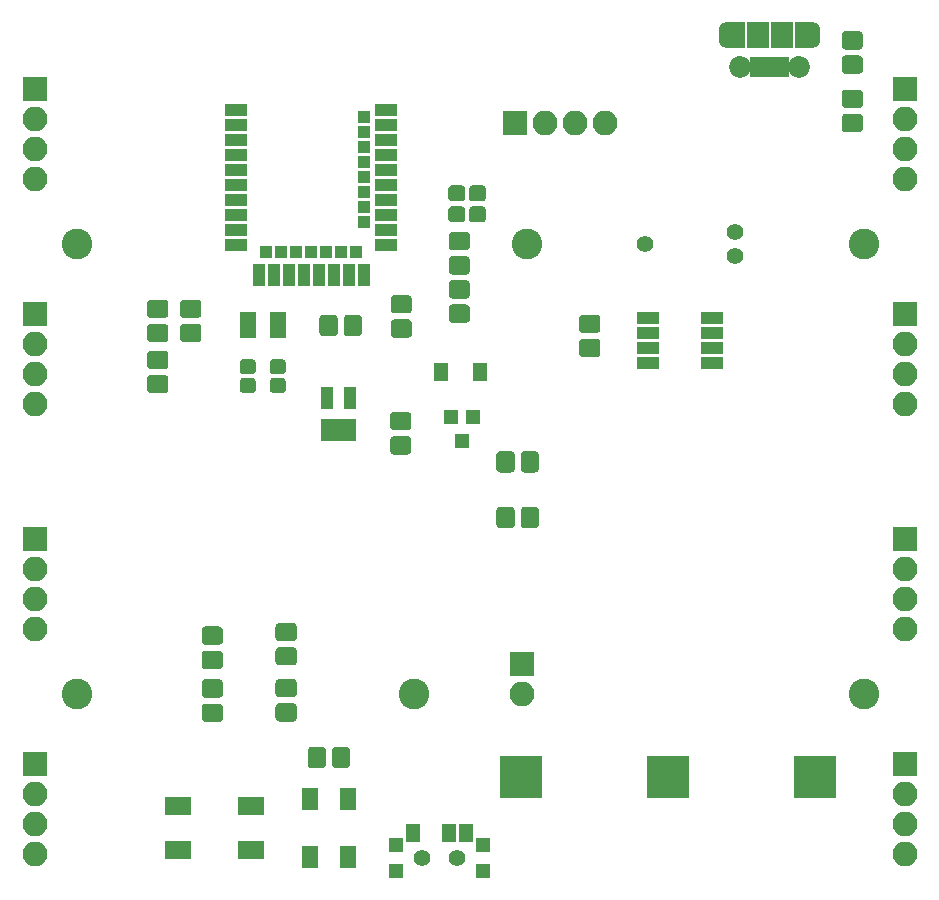
<source format=gbr>
G04 #@! TF.GenerationSoftware,KiCad,Pcbnew,(5.0.0)*
G04 #@! TF.CreationDate,2020-05-09T15:36:12-06:00*
G04 #@! TF.ProjectId,4x4_backpack,3478345F6261636B7061636B2E6B6963,rev?*
G04 #@! TF.SameCoordinates,Original*
G04 #@! TF.FileFunction,Soldermask,Top*
G04 #@! TF.FilePolarity,Negative*
%FSLAX46Y46*%
G04 Gerber Fmt 4.6, Leading zero omitted, Abs format (unit mm)*
G04 Created by KiCad (PCBNEW (5.0.0)) date 05/09/20 15:36:12*
%MOMM*%
%LPD*%
G01*
G04 APERTURE LIST*
%ADD10R,1.900000X2.300000*%
%ADD11C,1.850000*%
%ADD12R,0.800000X1.750000*%
%ADD13O,1.600000X2.300000*%
%ADD14R,1.600000X2.300000*%
%ADD15R,2.100000X2.100000*%
%ADD16O,2.100000X2.100000*%
%ADD17C,0.100000*%
%ADD18C,1.550000*%
%ADD19R,1.200000X1.300000*%
%ADD20R,3.650000X3.650000*%
%ADD21C,2.600000*%
%ADD22C,1.400000*%
%ADD23R,1.300000X1.650000*%
%ADD24R,1.300000X1.300000*%
%ADD25R,2.200000X1.500000*%
%ADD26C,1.275000*%
%ADD27R,1.300000X1.600000*%
%ADD28C,1.390600*%
%ADD29R,1.035000X1.035000*%
%ADD30R,1.924000X1.035000*%
%ADD31R,1.035000X1.924000*%
%ADD32R,1.950000X1.000000*%
%ADD33R,1.050000X1.960000*%
%ADD34R,1.400000X2.200000*%
%ADD35C,1.350000*%
%ADD36R,1.400000X1.900000*%
G04 APERTURE END LIST*
D10*
G04 #@! TO.C,J17*
X138700000Y-77629500D03*
D11*
X142200000Y-80329500D03*
D12*
X140350000Y-80329500D03*
X141000000Y-80329500D03*
X138400000Y-80329500D03*
X139050000Y-80329500D03*
X139700000Y-80329500D03*
D11*
X137200000Y-80329500D03*
D10*
X140700000Y-77629500D03*
D13*
X143200000Y-77629500D03*
X136200000Y-77629500D03*
D14*
X136800000Y-77629500D03*
X142600000Y-77629500D03*
G04 #@! TD*
D15*
G04 #@! TO.C,J1*
X77470000Y-82232500D03*
D16*
X77470000Y-84772500D03*
X77470000Y-87312500D03*
X77470000Y-89852500D03*
G04 #@! TD*
G04 #@! TO.C,J2*
X77470000Y-108902500D03*
X77470000Y-106362500D03*
X77470000Y-103822500D03*
D15*
X77470000Y-101282500D03*
G04 #@! TD*
G04 #@! TO.C,J3*
X77470000Y-120332500D03*
D16*
X77470000Y-122872500D03*
X77470000Y-125412500D03*
X77470000Y-127952500D03*
G04 #@! TD*
G04 #@! TO.C,J4*
X77470000Y-147002500D03*
X77470000Y-144462500D03*
X77470000Y-141922500D03*
D15*
X77470000Y-139382500D03*
G04 #@! TD*
G04 #@! TO.C,J5*
X151130000Y-82232500D03*
D16*
X151130000Y-84772500D03*
X151130000Y-87312500D03*
X151130000Y-89852500D03*
G04 #@! TD*
G04 #@! TO.C,J6*
X151130000Y-108902500D03*
X151130000Y-106362500D03*
X151130000Y-103822500D03*
D15*
X151130000Y-101282500D03*
G04 #@! TD*
G04 #@! TO.C,J7*
X151130000Y-120332500D03*
D16*
X151130000Y-122872500D03*
X151130000Y-125412500D03*
X151130000Y-127952500D03*
G04 #@! TD*
G04 #@! TO.C,J8*
X151130000Y-147002500D03*
X151130000Y-144462500D03*
X151130000Y-141922500D03*
D15*
X151130000Y-139382500D03*
G04 #@! TD*
D17*
G04 #@! TO.C,C1*
G36*
X114007071Y-96381623D02*
X114039781Y-96386475D01*
X114071857Y-96394509D01*
X114102991Y-96405649D01*
X114132884Y-96419787D01*
X114161247Y-96436787D01*
X114187807Y-96456485D01*
X114212308Y-96478692D01*
X114234515Y-96503193D01*
X114254213Y-96529753D01*
X114271213Y-96558116D01*
X114285351Y-96588009D01*
X114296491Y-96619143D01*
X114304525Y-96651219D01*
X114309377Y-96683929D01*
X114311000Y-96716956D01*
X114311000Y-97593044D01*
X114309377Y-97626071D01*
X114304525Y-97658781D01*
X114296491Y-97690857D01*
X114285351Y-97721991D01*
X114271213Y-97751884D01*
X114254213Y-97780247D01*
X114234515Y-97806807D01*
X114212308Y-97831308D01*
X114187807Y-97853515D01*
X114161247Y-97873213D01*
X114132884Y-97890213D01*
X114102991Y-97904351D01*
X114071857Y-97915491D01*
X114039781Y-97923525D01*
X114007071Y-97928377D01*
X113974044Y-97930000D01*
X112847956Y-97930000D01*
X112814929Y-97928377D01*
X112782219Y-97923525D01*
X112750143Y-97915491D01*
X112719009Y-97904351D01*
X112689116Y-97890213D01*
X112660753Y-97873213D01*
X112634193Y-97853515D01*
X112609692Y-97831308D01*
X112587485Y-97806807D01*
X112567787Y-97780247D01*
X112550787Y-97751884D01*
X112536649Y-97721991D01*
X112525509Y-97690857D01*
X112517475Y-97658781D01*
X112512623Y-97626071D01*
X112511000Y-97593044D01*
X112511000Y-96716956D01*
X112512623Y-96683929D01*
X112517475Y-96651219D01*
X112525509Y-96619143D01*
X112536649Y-96588009D01*
X112550787Y-96558116D01*
X112567787Y-96529753D01*
X112587485Y-96503193D01*
X112609692Y-96478692D01*
X112634193Y-96456485D01*
X112660753Y-96436787D01*
X112689116Y-96419787D01*
X112719009Y-96405649D01*
X112750143Y-96394509D01*
X112782219Y-96386475D01*
X112814929Y-96381623D01*
X112847956Y-96380000D01*
X113974044Y-96380000D01*
X114007071Y-96381623D01*
X114007071Y-96381623D01*
G37*
D18*
X113411000Y-97155000D03*
D17*
G36*
X114007071Y-94331623D02*
X114039781Y-94336475D01*
X114071857Y-94344509D01*
X114102991Y-94355649D01*
X114132884Y-94369787D01*
X114161247Y-94386787D01*
X114187807Y-94406485D01*
X114212308Y-94428692D01*
X114234515Y-94453193D01*
X114254213Y-94479753D01*
X114271213Y-94508116D01*
X114285351Y-94538009D01*
X114296491Y-94569143D01*
X114304525Y-94601219D01*
X114309377Y-94633929D01*
X114311000Y-94666956D01*
X114311000Y-95543044D01*
X114309377Y-95576071D01*
X114304525Y-95608781D01*
X114296491Y-95640857D01*
X114285351Y-95671991D01*
X114271213Y-95701884D01*
X114254213Y-95730247D01*
X114234515Y-95756807D01*
X114212308Y-95781308D01*
X114187807Y-95803515D01*
X114161247Y-95823213D01*
X114132884Y-95840213D01*
X114102991Y-95854351D01*
X114071857Y-95865491D01*
X114039781Y-95873525D01*
X114007071Y-95878377D01*
X113974044Y-95880000D01*
X112847956Y-95880000D01*
X112814929Y-95878377D01*
X112782219Y-95873525D01*
X112750143Y-95865491D01*
X112719009Y-95854351D01*
X112689116Y-95840213D01*
X112660753Y-95823213D01*
X112634193Y-95803515D01*
X112609692Y-95781308D01*
X112587485Y-95756807D01*
X112567787Y-95730247D01*
X112550787Y-95701884D01*
X112536649Y-95671991D01*
X112525509Y-95640857D01*
X112517475Y-95608781D01*
X112512623Y-95576071D01*
X112511000Y-95543044D01*
X112511000Y-94666956D01*
X112512623Y-94633929D01*
X112517475Y-94601219D01*
X112525509Y-94569143D01*
X112536649Y-94538009D01*
X112550787Y-94508116D01*
X112567787Y-94479753D01*
X112587485Y-94453193D01*
X112609692Y-94428692D01*
X112634193Y-94406485D01*
X112660753Y-94386787D01*
X112689116Y-94369787D01*
X112719009Y-94355649D01*
X112750143Y-94344509D01*
X112782219Y-94336475D01*
X112814929Y-94331623D01*
X112847956Y-94330000D01*
X113974044Y-94330000D01*
X114007071Y-94331623D01*
X114007071Y-94331623D01*
G37*
D18*
X113411000Y-95105000D03*
G04 #@! TD*
D17*
G04 #@! TO.C,C2*
G36*
X117801071Y-117592623D02*
X117833781Y-117597475D01*
X117865857Y-117605509D01*
X117896991Y-117616649D01*
X117926884Y-117630787D01*
X117955247Y-117647787D01*
X117981807Y-117667485D01*
X118006308Y-117689692D01*
X118028515Y-117714193D01*
X118048213Y-117740753D01*
X118065213Y-117769116D01*
X118079351Y-117799009D01*
X118090491Y-117830143D01*
X118098525Y-117862219D01*
X118103377Y-117894929D01*
X118105000Y-117927956D01*
X118105000Y-119054044D01*
X118103377Y-119087071D01*
X118098525Y-119119781D01*
X118090491Y-119151857D01*
X118079351Y-119182991D01*
X118065213Y-119212884D01*
X118048213Y-119241247D01*
X118028515Y-119267807D01*
X118006308Y-119292308D01*
X117981807Y-119314515D01*
X117955247Y-119334213D01*
X117926884Y-119351213D01*
X117896991Y-119365351D01*
X117865857Y-119376491D01*
X117833781Y-119384525D01*
X117801071Y-119389377D01*
X117768044Y-119391000D01*
X116891956Y-119391000D01*
X116858929Y-119389377D01*
X116826219Y-119384525D01*
X116794143Y-119376491D01*
X116763009Y-119365351D01*
X116733116Y-119351213D01*
X116704753Y-119334213D01*
X116678193Y-119314515D01*
X116653692Y-119292308D01*
X116631485Y-119267807D01*
X116611787Y-119241247D01*
X116594787Y-119212884D01*
X116580649Y-119182991D01*
X116569509Y-119151857D01*
X116561475Y-119119781D01*
X116556623Y-119087071D01*
X116555000Y-119054044D01*
X116555000Y-117927956D01*
X116556623Y-117894929D01*
X116561475Y-117862219D01*
X116569509Y-117830143D01*
X116580649Y-117799009D01*
X116594787Y-117769116D01*
X116611787Y-117740753D01*
X116631485Y-117714193D01*
X116653692Y-117689692D01*
X116678193Y-117667485D01*
X116704753Y-117647787D01*
X116733116Y-117630787D01*
X116763009Y-117616649D01*
X116794143Y-117605509D01*
X116826219Y-117597475D01*
X116858929Y-117592623D01*
X116891956Y-117591000D01*
X117768044Y-117591000D01*
X117801071Y-117592623D01*
X117801071Y-117592623D01*
G37*
D18*
X117330000Y-118491000D03*
D17*
G36*
X119851071Y-117592623D02*
X119883781Y-117597475D01*
X119915857Y-117605509D01*
X119946991Y-117616649D01*
X119976884Y-117630787D01*
X120005247Y-117647787D01*
X120031807Y-117667485D01*
X120056308Y-117689692D01*
X120078515Y-117714193D01*
X120098213Y-117740753D01*
X120115213Y-117769116D01*
X120129351Y-117799009D01*
X120140491Y-117830143D01*
X120148525Y-117862219D01*
X120153377Y-117894929D01*
X120155000Y-117927956D01*
X120155000Y-119054044D01*
X120153377Y-119087071D01*
X120148525Y-119119781D01*
X120140491Y-119151857D01*
X120129351Y-119182991D01*
X120115213Y-119212884D01*
X120098213Y-119241247D01*
X120078515Y-119267807D01*
X120056308Y-119292308D01*
X120031807Y-119314515D01*
X120005247Y-119334213D01*
X119976884Y-119351213D01*
X119946991Y-119365351D01*
X119915857Y-119376491D01*
X119883781Y-119384525D01*
X119851071Y-119389377D01*
X119818044Y-119391000D01*
X118941956Y-119391000D01*
X118908929Y-119389377D01*
X118876219Y-119384525D01*
X118844143Y-119376491D01*
X118813009Y-119365351D01*
X118783116Y-119351213D01*
X118754753Y-119334213D01*
X118728193Y-119314515D01*
X118703692Y-119292308D01*
X118681485Y-119267807D01*
X118661787Y-119241247D01*
X118644787Y-119212884D01*
X118630649Y-119182991D01*
X118619509Y-119151857D01*
X118611475Y-119119781D01*
X118606623Y-119087071D01*
X118605000Y-119054044D01*
X118605000Y-117927956D01*
X118606623Y-117894929D01*
X118611475Y-117862219D01*
X118619509Y-117830143D01*
X118630649Y-117799009D01*
X118644787Y-117769116D01*
X118661787Y-117740753D01*
X118681485Y-117714193D01*
X118703692Y-117689692D01*
X118728193Y-117667485D01*
X118754753Y-117647787D01*
X118783116Y-117630787D01*
X118813009Y-117616649D01*
X118844143Y-117605509D01*
X118876219Y-117597475D01*
X118908929Y-117592623D01*
X118941956Y-117591000D01*
X119818044Y-117591000D01*
X119851071Y-117592623D01*
X119851071Y-117592623D01*
G37*
D18*
X119380000Y-118491000D03*
G04 #@! TD*
D17*
G04 #@! TO.C,C3*
G36*
X104865081Y-101336623D02*
X104897791Y-101341475D01*
X104929867Y-101349509D01*
X104961001Y-101360649D01*
X104990894Y-101374787D01*
X105019257Y-101391787D01*
X105045817Y-101411485D01*
X105070318Y-101433692D01*
X105092525Y-101458193D01*
X105112223Y-101484753D01*
X105129223Y-101513116D01*
X105143361Y-101543009D01*
X105154501Y-101574143D01*
X105162535Y-101606219D01*
X105167387Y-101638929D01*
X105169010Y-101671956D01*
X105169010Y-102798044D01*
X105167387Y-102831071D01*
X105162535Y-102863781D01*
X105154501Y-102895857D01*
X105143361Y-102926991D01*
X105129223Y-102956884D01*
X105112223Y-102985247D01*
X105092525Y-103011807D01*
X105070318Y-103036308D01*
X105045817Y-103058515D01*
X105019257Y-103078213D01*
X104990894Y-103095213D01*
X104961001Y-103109351D01*
X104929867Y-103120491D01*
X104897791Y-103128525D01*
X104865081Y-103133377D01*
X104832054Y-103135000D01*
X103955966Y-103135000D01*
X103922939Y-103133377D01*
X103890229Y-103128525D01*
X103858153Y-103120491D01*
X103827019Y-103109351D01*
X103797126Y-103095213D01*
X103768763Y-103078213D01*
X103742203Y-103058515D01*
X103717702Y-103036308D01*
X103695495Y-103011807D01*
X103675797Y-102985247D01*
X103658797Y-102956884D01*
X103644659Y-102926991D01*
X103633519Y-102895857D01*
X103625485Y-102863781D01*
X103620633Y-102831071D01*
X103619010Y-102798044D01*
X103619010Y-101671956D01*
X103620633Y-101638929D01*
X103625485Y-101606219D01*
X103633519Y-101574143D01*
X103644659Y-101543009D01*
X103658797Y-101513116D01*
X103675797Y-101484753D01*
X103695495Y-101458193D01*
X103717702Y-101433692D01*
X103742203Y-101411485D01*
X103768763Y-101391787D01*
X103797126Y-101374787D01*
X103827019Y-101360649D01*
X103858153Y-101349509D01*
X103890229Y-101341475D01*
X103922939Y-101336623D01*
X103955966Y-101335000D01*
X104832054Y-101335000D01*
X104865081Y-101336623D01*
X104865081Y-101336623D01*
G37*
D18*
X104394010Y-102235000D03*
D17*
G36*
X102815081Y-101336623D02*
X102847791Y-101341475D01*
X102879867Y-101349509D01*
X102911001Y-101360649D01*
X102940894Y-101374787D01*
X102969257Y-101391787D01*
X102995817Y-101411485D01*
X103020318Y-101433692D01*
X103042525Y-101458193D01*
X103062223Y-101484753D01*
X103079223Y-101513116D01*
X103093361Y-101543009D01*
X103104501Y-101574143D01*
X103112535Y-101606219D01*
X103117387Y-101638929D01*
X103119010Y-101671956D01*
X103119010Y-102798044D01*
X103117387Y-102831071D01*
X103112535Y-102863781D01*
X103104501Y-102895857D01*
X103093361Y-102926991D01*
X103079223Y-102956884D01*
X103062223Y-102985247D01*
X103042525Y-103011807D01*
X103020318Y-103036308D01*
X102995817Y-103058515D01*
X102969257Y-103078213D01*
X102940894Y-103095213D01*
X102911001Y-103109351D01*
X102879867Y-103120491D01*
X102847791Y-103128525D01*
X102815081Y-103133377D01*
X102782054Y-103135000D01*
X101905966Y-103135000D01*
X101872939Y-103133377D01*
X101840229Y-103128525D01*
X101808153Y-103120491D01*
X101777019Y-103109351D01*
X101747126Y-103095213D01*
X101718763Y-103078213D01*
X101692203Y-103058515D01*
X101667702Y-103036308D01*
X101645495Y-103011807D01*
X101625797Y-102985247D01*
X101608797Y-102956884D01*
X101594659Y-102926991D01*
X101583519Y-102895857D01*
X101575485Y-102863781D01*
X101570633Y-102831071D01*
X101569010Y-102798044D01*
X101569010Y-101671956D01*
X101570633Y-101638929D01*
X101575485Y-101606219D01*
X101583519Y-101574143D01*
X101594659Y-101543009D01*
X101608797Y-101513116D01*
X101625797Y-101484753D01*
X101645495Y-101458193D01*
X101667702Y-101433692D01*
X101692203Y-101411485D01*
X101718763Y-101391787D01*
X101747126Y-101374787D01*
X101777019Y-101360649D01*
X101808153Y-101349509D01*
X101840229Y-101341475D01*
X101872939Y-101336623D01*
X101905966Y-101335000D01*
X102782054Y-101335000D01*
X102815081Y-101336623D01*
X102815081Y-101336623D01*
G37*
D18*
X102344010Y-102235000D03*
G04 #@! TD*
D19*
G04 #@! TO.C,Q1*
X114615000Y-109998000D03*
X112715000Y-109998000D03*
X113665000Y-111998000D03*
G04 #@! TD*
D20*
G04 #@! TO.C,E1*
X143510000Y-140462000D03*
X118618000Y-140462000D03*
X131064000Y-140462000D03*
G04 #@! TD*
D15*
G04 #@! TO.C,J9*
X118110000Y-85090000D03*
D16*
X120650000Y-85090000D03*
X123190000Y-85090000D03*
X125730000Y-85090000D03*
G04 #@! TD*
D21*
G04 #@! TO.C,J11*
X81026000Y-133477000D03*
G04 #@! TD*
G04 #@! TO.C,J12*
X147701000Y-95377000D03*
G04 #@! TD*
G04 #@! TO.C,J13*
X147701000Y-133477000D03*
G04 #@! TD*
G04 #@! TO.C,J14*
X109601000Y-133477000D03*
G04 #@! TD*
G04 #@! TO.C,J15*
X119126000Y-95377000D03*
G04 #@! TD*
G04 #@! TO.C,J16*
X81026000Y-95377000D03*
G04 #@! TD*
D22*
G04 #@! TO.C,SW1*
X110260000Y-147320000D03*
X113260000Y-147320000D03*
D23*
X112510000Y-145245000D03*
X114010000Y-145245000D03*
X109510000Y-145245000D03*
D24*
X108060000Y-148420000D03*
X108060000Y-146220000D03*
X115460000Y-146220000D03*
X115460000Y-148420000D03*
G04 #@! TD*
D25*
G04 #@! TO.C,SW2*
X95810000Y-146630000D03*
X89610000Y-146630000D03*
X95810000Y-142930000D03*
X89610000Y-142930000D03*
G04 #@! TD*
D17*
G04 #@! TO.C,C5*
G36*
X109054071Y-111621623D02*
X109086781Y-111626475D01*
X109118857Y-111634509D01*
X109149991Y-111645649D01*
X109179884Y-111659787D01*
X109208247Y-111676787D01*
X109234807Y-111696485D01*
X109259308Y-111718692D01*
X109281515Y-111743193D01*
X109301213Y-111769753D01*
X109318213Y-111798116D01*
X109332351Y-111828009D01*
X109343491Y-111859143D01*
X109351525Y-111891219D01*
X109356377Y-111923929D01*
X109358000Y-111956956D01*
X109358000Y-112833044D01*
X109356377Y-112866071D01*
X109351525Y-112898781D01*
X109343491Y-112930857D01*
X109332351Y-112961991D01*
X109318213Y-112991884D01*
X109301213Y-113020247D01*
X109281515Y-113046807D01*
X109259308Y-113071308D01*
X109234807Y-113093515D01*
X109208247Y-113113213D01*
X109179884Y-113130213D01*
X109149991Y-113144351D01*
X109118857Y-113155491D01*
X109086781Y-113163525D01*
X109054071Y-113168377D01*
X109021044Y-113170000D01*
X107894956Y-113170000D01*
X107861929Y-113168377D01*
X107829219Y-113163525D01*
X107797143Y-113155491D01*
X107766009Y-113144351D01*
X107736116Y-113130213D01*
X107707753Y-113113213D01*
X107681193Y-113093515D01*
X107656692Y-113071308D01*
X107634485Y-113046807D01*
X107614787Y-113020247D01*
X107597787Y-112991884D01*
X107583649Y-112961991D01*
X107572509Y-112930857D01*
X107564475Y-112898781D01*
X107559623Y-112866071D01*
X107558000Y-112833044D01*
X107558000Y-111956956D01*
X107559623Y-111923929D01*
X107564475Y-111891219D01*
X107572509Y-111859143D01*
X107583649Y-111828009D01*
X107597787Y-111798116D01*
X107614787Y-111769753D01*
X107634485Y-111743193D01*
X107656692Y-111718692D01*
X107681193Y-111696485D01*
X107707753Y-111676787D01*
X107736116Y-111659787D01*
X107766009Y-111645649D01*
X107797143Y-111634509D01*
X107829219Y-111626475D01*
X107861929Y-111621623D01*
X107894956Y-111620000D01*
X109021044Y-111620000D01*
X109054071Y-111621623D01*
X109054071Y-111621623D01*
G37*
D18*
X108458000Y-112395000D03*
D17*
G36*
X109054071Y-109571623D02*
X109086781Y-109576475D01*
X109118857Y-109584509D01*
X109149991Y-109595649D01*
X109179884Y-109609787D01*
X109208247Y-109626787D01*
X109234807Y-109646485D01*
X109259308Y-109668692D01*
X109281515Y-109693193D01*
X109301213Y-109719753D01*
X109318213Y-109748116D01*
X109332351Y-109778009D01*
X109343491Y-109809143D01*
X109351525Y-109841219D01*
X109356377Y-109873929D01*
X109358000Y-109906956D01*
X109358000Y-110783044D01*
X109356377Y-110816071D01*
X109351525Y-110848781D01*
X109343491Y-110880857D01*
X109332351Y-110911991D01*
X109318213Y-110941884D01*
X109301213Y-110970247D01*
X109281515Y-110996807D01*
X109259308Y-111021308D01*
X109234807Y-111043515D01*
X109208247Y-111063213D01*
X109179884Y-111080213D01*
X109149991Y-111094351D01*
X109118857Y-111105491D01*
X109086781Y-111113525D01*
X109054071Y-111118377D01*
X109021044Y-111120000D01*
X107894956Y-111120000D01*
X107861929Y-111118377D01*
X107829219Y-111113525D01*
X107797143Y-111105491D01*
X107766009Y-111094351D01*
X107736116Y-111080213D01*
X107707753Y-111063213D01*
X107681193Y-111043515D01*
X107656692Y-111021308D01*
X107634485Y-110996807D01*
X107614787Y-110970247D01*
X107597787Y-110941884D01*
X107583649Y-110911991D01*
X107572509Y-110880857D01*
X107564475Y-110848781D01*
X107559623Y-110816071D01*
X107558000Y-110783044D01*
X107558000Y-109906956D01*
X107559623Y-109873929D01*
X107564475Y-109841219D01*
X107572509Y-109809143D01*
X107583649Y-109778009D01*
X107597787Y-109748116D01*
X107614787Y-109719753D01*
X107634485Y-109693193D01*
X107656692Y-109668692D01*
X107681193Y-109646485D01*
X107707753Y-109626787D01*
X107736116Y-109609787D01*
X107766009Y-109595649D01*
X107797143Y-109584509D01*
X107829219Y-109576475D01*
X107861929Y-109571623D01*
X107894956Y-109570000D01*
X109021044Y-109570000D01*
X109054071Y-109571623D01*
X109054071Y-109571623D01*
G37*
D18*
X108458000Y-110345000D03*
G04 #@! TD*
D17*
G04 #@! TO.C,C6*
G36*
X88480071Y-102105623D02*
X88512781Y-102110475D01*
X88544857Y-102118509D01*
X88575991Y-102129649D01*
X88605884Y-102143787D01*
X88634247Y-102160787D01*
X88660807Y-102180485D01*
X88685308Y-102202692D01*
X88707515Y-102227193D01*
X88727213Y-102253753D01*
X88744213Y-102282116D01*
X88758351Y-102312009D01*
X88769491Y-102343143D01*
X88777525Y-102375219D01*
X88782377Y-102407929D01*
X88784000Y-102440956D01*
X88784000Y-103317044D01*
X88782377Y-103350071D01*
X88777525Y-103382781D01*
X88769491Y-103414857D01*
X88758351Y-103445991D01*
X88744213Y-103475884D01*
X88727213Y-103504247D01*
X88707515Y-103530807D01*
X88685308Y-103555308D01*
X88660807Y-103577515D01*
X88634247Y-103597213D01*
X88605884Y-103614213D01*
X88575991Y-103628351D01*
X88544857Y-103639491D01*
X88512781Y-103647525D01*
X88480071Y-103652377D01*
X88447044Y-103654000D01*
X87320956Y-103654000D01*
X87287929Y-103652377D01*
X87255219Y-103647525D01*
X87223143Y-103639491D01*
X87192009Y-103628351D01*
X87162116Y-103614213D01*
X87133753Y-103597213D01*
X87107193Y-103577515D01*
X87082692Y-103555308D01*
X87060485Y-103530807D01*
X87040787Y-103504247D01*
X87023787Y-103475884D01*
X87009649Y-103445991D01*
X86998509Y-103414857D01*
X86990475Y-103382781D01*
X86985623Y-103350071D01*
X86984000Y-103317044D01*
X86984000Y-102440956D01*
X86985623Y-102407929D01*
X86990475Y-102375219D01*
X86998509Y-102343143D01*
X87009649Y-102312009D01*
X87023787Y-102282116D01*
X87040787Y-102253753D01*
X87060485Y-102227193D01*
X87082692Y-102202692D01*
X87107193Y-102180485D01*
X87133753Y-102160787D01*
X87162116Y-102143787D01*
X87192009Y-102129649D01*
X87223143Y-102118509D01*
X87255219Y-102110475D01*
X87287929Y-102105623D01*
X87320956Y-102104000D01*
X88447044Y-102104000D01*
X88480071Y-102105623D01*
X88480071Y-102105623D01*
G37*
D18*
X87884000Y-102879000D03*
D17*
G36*
X88480071Y-100055623D02*
X88512781Y-100060475D01*
X88544857Y-100068509D01*
X88575991Y-100079649D01*
X88605884Y-100093787D01*
X88634247Y-100110787D01*
X88660807Y-100130485D01*
X88685308Y-100152692D01*
X88707515Y-100177193D01*
X88727213Y-100203753D01*
X88744213Y-100232116D01*
X88758351Y-100262009D01*
X88769491Y-100293143D01*
X88777525Y-100325219D01*
X88782377Y-100357929D01*
X88784000Y-100390956D01*
X88784000Y-101267044D01*
X88782377Y-101300071D01*
X88777525Y-101332781D01*
X88769491Y-101364857D01*
X88758351Y-101395991D01*
X88744213Y-101425884D01*
X88727213Y-101454247D01*
X88707515Y-101480807D01*
X88685308Y-101505308D01*
X88660807Y-101527515D01*
X88634247Y-101547213D01*
X88605884Y-101564213D01*
X88575991Y-101578351D01*
X88544857Y-101589491D01*
X88512781Y-101597525D01*
X88480071Y-101602377D01*
X88447044Y-101604000D01*
X87320956Y-101604000D01*
X87287929Y-101602377D01*
X87255219Y-101597525D01*
X87223143Y-101589491D01*
X87192009Y-101578351D01*
X87162116Y-101564213D01*
X87133753Y-101547213D01*
X87107193Y-101527515D01*
X87082692Y-101505308D01*
X87060485Y-101480807D01*
X87040787Y-101454247D01*
X87023787Y-101425884D01*
X87009649Y-101395991D01*
X86998509Y-101364857D01*
X86990475Y-101332781D01*
X86985623Y-101300071D01*
X86984000Y-101267044D01*
X86984000Y-100390956D01*
X86985623Y-100357929D01*
X86990475Y-100325219D01*
X86998509Y-100293143D01*
X87009649Y-100262009D01*
X87023787Y-100232116D01*
X87040787Y-100203753D01*
X87060485Y-100177193D01*
X87082692Y-100152692D01*
X87107193Y-100130485D01*
X87133753Y-100110787D01*
X87162116Y-100093787D01*
X87192009Y-100079649D01*
X87223143Y-100068509D01*
X87255219Y-100060475D01*
X87287929Y-100055623D01*
X87320956Y-100054000D01*
X88447044Y-100054000D01*
X88480071Y-100055623D01*
X88480071Y-100055623D01*
G37*
D18*
X87884000Y-100829000D03*
G04 #@! TD*
D17*
G04 #@! TO.C,C17*
G36*
X95891493Y-106679034D02*
X95922435Y-106683624D01*
X95952778Y-106691224D01*
X95982230Y-106701762D01*
X96010508Y-106715137D01*
X96037338Y-106731218D01*
X96062463Y-106749852D01*
X96085640Y-106770859D01*
X96106647Y-106794036D01*
X96125281Y-106819161D01*
X96141362Y-106845991D01*
X96154737Y-106874269D01*
X96165275Y-106903721D01*
X96172875Y-106934064D01*
X96177465Y-106965006D01*
X96179000Y-106996249D01*
X96179000Y-107633749D01*
X96177465Y-107664992D01*
X96172875Y-107695934D01*
X96165275Y-107726277D01*
X96154737Y-107755729D01*
X96141362Y-107784007D01*
X96125281Y-107810837D01*
X96106647Y-107835962D01*
X96085640Y-107859139D01*
X96062463Y-107880146D01*
X96037338Y-107898780D01*
X96010508Y-107914861D01*
X95982230Y-107928236D01*
X95952778Y-107938774D01*
X95922435Y-107946374D01*
X95891493Y-107950964D01*
X95860250Y-107952499D01*
X95147750Y-107952499D01*
X95116507Y-107950964D01*
X95085565Y-107946374D01*
X95055222Y-107938774D01*
X95025770Y-107928236D01*
X94997492Y-107914861D01*
X94970662Y-107898780D01*
X94945537Y-107880146D01*
X94922360Y-107859139D01*
X94901353Y-107835962D01*
X94882719Y-107810837D01*
X94866638Y-107784007D01*
X94853263Y-107755729D01*
X94842725Y-107726277D01*
X94835125Y-107695934D01*
X94830535Y-107664992D01*
X94829000Y-107633749D01*
X94829000Y-106996249D01*
X94830535Y-106965006D01*
X94835125Y-106934064D01*
X94842725Y-106903721D01*
X94853263Y-106874269D01*
X94866638Y-106845991D01*
X94882719Y-106819161D01*
X94901353Y-106794036D01*
X94922360Y-106770859D01*
X94945537Y-106749852D01*
X94970662Y-106731218D01*
X94997492Y-106715137D01*
X95025770Y-106701762D01*
X95055222Y-106691224D01*
X95085565Y-106683624D01*
X95116507Y-106679034D01*
X95147750Y-106677499D01*
X95860250Y-106677499D01*
X95891493Y-106679034D01*
X95891493Y-106679034D01*
G37*
D26*
X95504000Y-107314999D03*
D17*
G36*
X95891493Y-105104034D02*
X95922435Y-105108624D01*
X95952778Y-105116224D01*
X95982230Y-105126762D01*
X96010508Y-105140137D01*
X96037338Y-105156218D01*
X96062463Y-105174852D01*
X96085640Y-105195859D01*
X96106647Y-105219036D01*
X96125281Y-105244161D01*
X96141362Y-105270991D01*
X96154737Y-105299269D01*
X96165275Y-105328721D01*
X96172875Y-105359064D01*
X96177465Y-105390006D01*
X96179000Y-105421249D01*
X96179000Y-106058749D01*
X96177465Y-106089992D01*
X96172875Y-106120934D01*
X96165275Y-106151277D01*
X96154737Y-106180729D01*
X96141362Y-106209007D01*
X96125281Y-106235837D01*
X96106647Y-106260962D01*
X96085640Y-106284139D01*
X96062463Y-106305146D01*
X96037338Y-106323780D01*
X96010508Y-106339861D01*
X95982230Y-106353236D01*
X95952778Y-106363774D01*
X95922435Y-106371374D01*
X95891493Y-106375964D01*
X95860250Y-106377499D01*
X95147750Y-106377499D01*
X95116507Y-106375964D01*
X95085565Y-106371374D01*
X95055222Y-106363774D01*
X95025770Y-106353236D01*
X94997492Y-106339861D01*
X94970662Y-106323780D01*
X94945537Y-106305146D01*
X94922360Y-106284139D01*
X94901353Y-106260962D01*
X94882719Y-106235837D01*
X94866638Y-106209007D01*
X94853263Y-106180729D01*
X94842725Y-106151277D01*
X94835125Y-106120934D01*
X94830535Y-106089992D01*
X94829000Y-106058749D01*
X94829000Y-105421249D01*
X94830535Y-105390006D01*
X94835125Y-105359064D01*
X94842725Y-105328721D01*
X94853263Y-105299269D01*
X94866638Y-105270991D01*
X94882719Y-105244161D01*
X94901353Y-105219036D01*
X94922360Y-105195859D01*
X94945537Y-105174852D01*
X94970662Y-105156218D01*
X94997492Y-105140137D01*
X95025770Y-105126762D01*
X95055222Y-105116224D01*
X95085565Y-105108624D01*
X95116507Y-105104034D01*
X95147750Y-105102499D01*
X95860250Y-105102499D01*
X95891493Y-105104034D01*
X95891493Y-105104034D01*
G37*
D26*
X95504000Y-105739999D03*
G04 #@! TD*
D17*
G04 #@! TO.C,C18*
G36*
X98431493Y-105104031D02*
X98462435Y-105108621D01*
X98492778Y-105116221D01*
X98522230Y-105126759D01*
X98550508Y-105140134D01*
X98577338Y-105156215D01*
X98602463Y-105174849D01*
X98625640Y-105195856D01*
X98646647Y-105219033D01*
X98665281Y-105244158D01*
X98681362Y-105270988D01*
X98694737Y-105299266D01*
X98705275Y-105328718D01*
X98712875Y-105359061D01*
X98717465Y-105390003D01*
X98719000Y-105421246D01*
X98719000Y-106058746D01*
X98717465Y-106089989D01*
X98712875Y-106120931D01*
X98705275Y-106151274D01*
X98694737Y-106180726D01*
X98681362Y-106209004D01*
X98665281Y-106235834D01*
X98646647Y-106260959D01*
X98625640Y-106284136D01*
X98602463Y-106305143D01*
X98577338Y-106323777D01*
X98550508Y-106339858D01*
X98522230Y-106353233D01*
X98492778Y-106363771D01*
X98462435Y-106371371D01*
X98431493Y-106375961D01*
X98400250Y-106377496D01*
X97687750Y-106377496D01*
X97656507Y-106375961D01*
X97625565Y-106371371D01*
X97595222Y-106363771D01*
X97565770Y-106353233D01*
X97537492Y-106339858D01*
X97510662Y-106323777D01*
X97485537Y-106305143D01*
X97462360Y-106284136D01*
X97441353Y-106260959D01*
X97422719Y-106235834D01*
X97406638Y-106209004D01*
X97393263Y-106180726D01*
X97382725Y-106151274D01*
X97375125Y-106120931D01*
X97370535Y-106089989D01*
X97369000Y-106058746D01*
X97369000Y-105421246D01*
X97370535Y-105390003D01*
X97375125Y-105359061D01*
X97382725Y-105328718D01*
X97393263Y-105299266D01*
X97406638Y-105270988D01*
X97422719Y-105244158D01*
X97441353Y-105219033D01*
X97462360Y-105195856D01*
X97485537Y-105174849D01*
X97510662Y-105156215D01*
X97537492Y-105140134D01*
X97565770Y-105126759D01*
X97595222Y-105116221D01*
X97625565Y-105108621D01*
X97656507Y-105104031D01*
X97687750Y-105102496D01*
X98400250Y-105102496D01*
X98431493Y-105104031D01*
X98431493Y-105104031D01*
G37*
D26*
X98044000Y-105739996D03*
D17*
G36*
X98431493Y-106679031D02*
X98462435Y-106683621D01*
X98492778Y-106691221D01*
X98522230Y-106701759D01*
X98550508Y-106715134D01*
X98577338Y-106731215D01*
X98602463Y-106749849D01*
X98625640Y-106770856D01*
X98646647Y-106794033D01*
X98665281Y-106819158D01*
X98681362Y-106845988D01*
X98694737Y-106874266D01*
X98705275Y-106903718D01*
X98712875Y-106934061D01*
X98717465Y-106965003D01*
X98719000Y-106996246D01*
X98719000Y-107633746D01*
X98717465Y-107664989D01*
X98712875Y-107695931D01*
X98705275Y-107726274D01*
X98694737Y-107755726D01*
X98681362Y-107784004D01*
X98665281Y-107810834D01*
X98646647Y-107835959D01*
X98625640Y-107859136D01*
X98602463Y-107880143D01*
X98577338Y-107898777D01*
X98550508Y-107914858D01*
X98522230Y-107928233D01*
X98492778Y-107938771D01*
X98462435Y-107946371D01*
X98431493Y-107950961D01*
X98400250Y-107952496D01*
X97687750Y-107952496D01*
X97656507Y-107950961D01*
X97625565Y-107946371D01*
X97595222Y-107938771D01*
X97565770Y-107928233D01*
X97537492Y-107914858D01*
X97510662Y-107898777D01*
X97485537Y-107880143D01*
X97462360Y-107859136D01*
X97441353Y-107835959D01*
X97422719Y-107810834D01*
X97406638Y-107784004D01*
X97393263Y-107755726D01*
X97382725Y-107726274D01*
X97375125Y-107695931D01*
X97370535Y-107664989D01*
X97369000Y-107633746D01*
X97369000Y-106996246D01*
X97370535Y-106965003D01*
X97375125Y-106934061D01*
X97382725Y-106903718D01*
X97393263Y-106874266D01*
X97406638Y-106845988D01*
X97422719Y-106819158D01*
X97441353Y-106794033D01*
X97462360Y-106770856D01*
X97485537Y-106749849D01*
X97510662Y-106731215D01*
X97537492Y-106715134D01*
X97565770Y-106701759D01*
X97595222Y-106691221D01*
X97625565Y-106683621D01*
X97656507Y-106679031D01*
X97687750Y-106677496D01*
X98400250Y-106677496D01*
X98431493Y-106679031D01*
X98431493Y-106679031D01*
G37*
D26*
X98044000Y-107314996D03*
G04 #@! TD*
D27*
G04 #@! TO.C,D1*
X111888000Y-106172000D03*
X115188000Y-106172000D03*
G04 #@! TD*
D17*
G04 #@! TO.C,D2*
G36*
X147281071Y-79381610D02*
X147313781Y-79386462D01*
X147345857Y-79394496D01*
X147376991Y-79405636D01*
X147406884Y-79419774D01*
X147435247Y-79436774D01*
X147461807Y-79456472D01*
X147486308Y-79478679D01*
X147508515Y-79503180D01*
X147528213Y-79529740D01*
X147545213Y-79558103D01*
X147559351Y-79587996D01*
X147570491Y-79619130D01*
X147578525Y-79651206D01*
X147583377Y-79683916D01*
X147585000Y-79716943D01*
X147585000Y-80593031D01*
X147583377Y-80626058D01*
X147578525Y-80658768D01*
X147570491Y-80690844D01*
X147559351Y-80721978D01*
X147545213Y-80751871D01*
X147528213Y-80780234D01*
X147508515Y-80806794D01*
X147486308Y-80831295D01*
X147461807Y-80853502D01*
X147435247Y-80873200D01*
X147406884Y-80890200D01*
X147376991Y-80904338D01*
X147345857Y-80915478D01*
X147313781Y-80923512D01*
X147281071Y-80928364D01*
X147248044Y-80929987D01*
X146121956Y-80929987D01*
X146088929Y-80928364D01*
X146056219Y-80923512D01*
X146024143Y-80915478D01*
X145993009Y-80904338D01*
X145963116Y-80890200D01*
X145934753Y-80873200D01*
X145908193Y-80853502D01*
X145883692Y-80831295D01*
X145861485Y-80806794D01*
X145841787Y-80780234D01*
X145824787Y-80751871D01*
X145810649Y-80721978D01*
X145799509Y-80690844D01*
X145791475Y-80658768D01*
X145786623Y-80626058D01*
X145785000Y-80593031D01*
X145785000Y-79716943D01*
X145786623Y-79683916D01*
X145791475Y-79651206D01*
X145799509Y-79619130D01*
X145810649Y-79587996D01*
X145824787Y-79558103D01*
X145841787Y-79529740D01*
X145861485Y-79503180D01*
X145883692Y-79478679D01*
X145908193Y-79456472D01*
X145934753Y-79436774D01*
X145963116Y-79419774D01*
X145993009Y-79405636D01*
X146024143Y-79394496D01*
X146056219Y-79386462D01*
X146088929Y-79381610D01*
X146121956Y-79379987D01*
X147248044Y-79379987D01*
X147281071Y-79381610D01*
X147281071Y-79381610D01*
G37*
D18*
X146685000Y-80154987D03*
D17*
G36*
X147281071Y-77331610D02*
X147313781Y-77336462D01*
X147345857Y-77344496D01*
X147376991Y-77355636D01*
X147406884Y-77369774D01*
X147435247Y-77386774D01*
X147461807Y-77406472D01*
X147486308Y-77428679D01*
X147508515Y-77453180D01*
X147528213Y-77479740D01*
X147545213Y-77508103D01*
X147559351Y-77537996D01*
X147570491Y-77569130D01*
X147578525Y-77601206D01*
X147583377Y-77633916D01*
X147585000Y-77666943D01*
X147585000Y-78543031D01*
X147583377Y-78576058D01*
X147578525Y-78608768D01*
X147570491Y-78640844D01*
X147559351Y-78671978D01*
X147545213Y-78701871D01*
X147528213Y-78730234D01*
X147508515Y-78756794D01*
X147486308Y-78781295D01*
X147461807Y-78803502D01*
X147435247Y-78823200D01*
X147406884Y-78840200D01*
X147376991Y-78854338D01*
X147345857Y-78865478D01*
X147313781Y-78873512D01*
X147281071Y-78878364D01*
X147248044Y-78879987D01*
X146121956Y-78879987D01*
X146088929Y-78878364D01*
X146056219Y-78873512D01*
X146024143Y-78865478D01*
X145993009Y-78854338D01*
X145963116Y-78840200D01*
X145934753Y-78823200D01*
X145908193Y-78803502D01*
X145883692Y-78781295D01*
X145861485Y-78756794D01*
X145841787Y-78730234D01*
X145824787Y-78701871D01*
X145810649Y-78671978D01*
X145799509Y-78640844D01*
X145791475Y-78608768D01*
X145786623Y-78576058D01*
X145785000Y-78543031D01*
X145785000Y-77666943D01*
X145786623Y-77633916D01*
X145791475Y-77601206D01*
X145799509Y-77569130D01*
X145810649Y-77537996D01*
X145824787Y-77508103D01*
X145841787Y-77479740D01*
X145861485Y-77453180D01*
X145883692Y-77428679D01*
X145908193Y-77406472D01*
X145934753Y-77386774D01*
X145963116Y-77369774D01*
X145993009Y-77355636D01*
X146024143Y-77344496D01*
X146056219Y-77336462D01*
X146088929Y-77331610D01*
X146121956Y-77329987D01*
X147248044Y-77329987D01*
X147281071Y-77331610D01*
X147281071Y-77331610D01*
G37*
D18*
X146685000Y-78104987D03*
G04 #@! TD*
D28*
G04 #@! TO.C,J10*
X136779000Y-96393000D03*
X136779000Y-94361000D03*
X129159000Y-95377000D03*
G04 #@! TD*
D17*
G04 #@! TO.C,R1*
G36*
X114007071Y-98413622D02*
X114039781Y-98418474D01*
X114071857Y-98426508D01*
X114102991Y-98437648D01*
X114132884Y-98451786D01*
X114161247Y-98468786D01*
X114187807Y-98488484D01*
X114212308Y-98510691D01*
X114234515Y-98535192D01*
X114254213Y-98561752D01*
X114271213Y-98590115D01*
X114285351Y-98620008D01*
X114296491Y-98651142D01*
X114304525Y-98683218D01*
X114309377Y-98715928D01*
X114311000Y-98748955D01*
X114311000Y-99625043D01*
X114309377Y-99658070D01*
X114304525Y-99690780D01*
X114296491Y-99722856D01*
X114285351Y-99753990D01*
X114271213Y-99783883D01*
X114254213Y-99812246D01*
X114234515Y-99838806D01*
X114212308Y-99863307D01*
X114187807Y-99885514D01*
X114161247Y-99905212D01*
X114132884Y-99922212D01*
X114102991Y-99936350D01*
X114071857Y-99947490D01*
X114039781Y-99955524D01*
X114007071Y-99960376D01*
X113974044Y-99961999D01*
X112847956Y-99961999D01*
X112814929Y-99960376D01*
X112782219Y-99955524D01*
X112750143Y-99947490D01*
X112719009Y-99936350D01*
X112689116Y-99922212D01*
X112660753Y-99905212D01*
X112634193Y-99885514D01*
X112609692Y-99863307D01*
X112587485Y-99838806D01*
X112567787Y-99812246D01*
X112550787Y-99783883D01*
X112536649Y-99753990D01*
X112525509Y-99722856D01*
X112517475Y-99690780D01*
X112512623Y-99658070D01*
X112511000Y-99625043D01*
X112511000Y-98748955D01*
X112512623Y-98715928D01*
X112517475Y-98683218D01*
X112525509Y-98651142D01*
X112536649Y-98620008D01*
X112550787Y-98590115D01*
X112567787Y-98561752D01*
X112587485Y-98535192D01*
X112609692Y-98510691D01*
X112634193Y-98488484D01*
X112660753Y-98468786D01*
X112689116Y-98451786D01*
X112719009Y-98437648D01*
X112750143Y-98426508D01*
X112782219Y-98418474D01*
X112814929Y-98413622D01*
X112847956Y-98411999D01*
X113974044Y-98411999D01*
X114007071Y-98413622D01*
X114007071Y-98413622D01*
G37*
D18*
X113411000Y-99186999D03*
D17*
G36*
X114007071Y-100463622D02*
X114039781Y-100468474D01*
X114071857Y-100476508D01*
X114102991Y-100487648D01*
X114132884Y-100501786D01*
X114161247Y-100518786D01*
X114187807Y-100538484D01*
X114212308Y-100560691D01*
X114234515Y-100585192D01*
X114254213Y-100611752D01*
X114271213Y-100640115D01*
X114285351Y-100670008D01*
X114296491Y-100701142D01*
X114304525Y-100733218D01*
X114309377Y-100765928D01*
X114311000Y-100798955D01*
X114311000Y-101675043D01*
X114309377Y-101708070D01*
X114304525Y-101740780D01*
X114296491Y-101772856D01*
X114285351Y-101803990D01*
X114271213Y-101833883D01*
X114254213Y-101862246D01*
X114234515Y-101888806D01*
X114212308Y-101913307D01*
X114187807Y-101935514D01*
X114161247Y-101955212D01*
X114132884Y-101972212D01*
X114102991Y-101986350D01*
X114071857Y-101997490D01*
X114039781Y-102005524D01*
X114007071Y-102010376D01*
X113974044Y-102011999D01*
X112847956Y-102011999D01*
X112814929Y-102010376D01*
X112782219Y-102005524D01*
X112750143Y-101997490D01*
X112719009Y-101986350D01*
X112689116Y-101972212D01*
X112660753Y-101955212D01*
X112634193Y-101935514D01*
X112609692Y-101913307D01*
X112587485Y-101888806D01*
X112567787Y-101862246D01*
X112550787Y-101833883D01*
X112536649Y-101803990D01*
X112525509Y-101772856D01*
X112517475Y-101740780D01*
X112512623Y-101708070D01*
X112511000Y-101675043D01*
X112511000Y-100798955D01*
X112512623Y-100765928D01*
X112517475Y-100733218D01*
X112525509Y-100701142D01*
X112536649Y-100670008D01*
X112550787Y-100640115D01*
X112567787Y-100611752D01*
X112587485Y-100585192D01*
X112609692Y-100560691D01*
X112634193Y-100538484D01*
X112660753Y-100518786D01*
X112689116Y-100501786D01*
X112719009Y-100487648D01*
X112750143Y-100476508D01*
X112782219Y-100468474D01*
X112814929Y-100463622D01*
X112847956Y-100461999D01*
X113974044Y-100461999D01*
X114007071Y-100463622D01*
X114007071Y-100463622D01*
G37*
D18*
X113411000Y-101236999D03*
G04 #@! TD*
D17*
G04 #@! TO.C,R2*
G36*
X117801071Y-112893623D02*
X117833781Y-112898475D01*
X117865857Y-112906509D01*
X117896991Y-112917649D01*
X117926884Y-112931787D01*
X117955247Y-112948787D01*
X117981807Y-112968485D01*
X118006308Y-112990692D01*
X118028515Y-113015193D01*
X118048213Y-113041753D01*
X118065213Y-113070116D01*
X118079351Y-113100009D01*
X118090491Y-113131143D01*
X118098525Y-113163219D01*
X118103377Y-113195929D01*
X118105000Y-113228956D01*
X118105000Y-114355044D01*
X118103377Y-114388071D01*
X118098525Y-114420781D01*
X118090491Y-114452857D01*
X118079351Y-114483991D01*
X118065213Y-114513884D01*
X118048213Y-114542247D01*
X118028515Y-114568807D01*
X118006308Y-114593308D01*
X117981807Y-114615515D01*
X117955247Y-114635213D01*
X117926884Y-114652213D01*
X117896991Y-114666351D01*
X117865857Y-114677491D01*
X117833781Y-114685525D01*
X117801071Y-114690377D01*
X117768044Y-114692000D01*
X116891956Y-114692000D01*
X116858929Y-114690377D01*
X116826219Y-114685525D01*
X116794143Y-114677491D01*
X116763009Y-114666351D01*
X116733116Y-114652213D01*
X116704753Y-114635213D01*
X116678193Y-114615515D01*
X116653692Y-114593308D01*
X116631485Y-114568807D01*
X116611787Y-114542247D01*
X116594787Y-114513884D01*
X116580649Y-114483991D01*
X116569509Y-114452857D01*
X116561475Y-114420781D01*
X116556623Y-114388071D01*
X116555000Y-114355044D01*
X116555000Y-113228956D01*
X116556623Y-113195929D01*
X116561475Y-113163219D01*
X116569509Y-113131143D01*
X116580649Y-113100009D01*
X116594787Y-113070116D01*
X116611787Y-113041753D01*
X116631485Y-113015193D01*
X116653692Y-112990692D01*
X116678193Y-112968485D01*
X116704753Y-112948787D01*
X116733116Y-112931787D01*
X116763009Y-112917649D01*
X116794143Y-112906509D01*
X116826219Y-112898475D01*
X116858929Y-112893623D01*
X116891956Y-112892000D01*
X117768044Y-112892000D01*
X117801071Y-112893623D01*
X117801071Y-112893623D01*
G37*
D18*
X117330000Y-113792000D03*
D17*
G36*
X119851071Y-112893623D02*
X119883781Y-112898475D01*
X119915857Y-112906509D01*
X119946991Y-112917649D01*
X119976884Y-112931787D01*
X120005247Y-112948787D01*
X120031807Y-112968485D01*
X120056308Y-112990692D01*
X120078515Y-113015193D01*
X120098213Y-113041753D01*
X120115213Y-113070116D01*
X120129351Y-113100009D01*
X120140491Y-113131143D01*
X120148525Y-113163219D01*
X120153377Y-113195929D01*
X120155000Y-113228956D01*
X120155000Y-114355044D01*
X120153377Y-114388071D01*
X120148525Y-114420781D01*
X120140491Y-114452857D01*
X120129351Y-114483991D01*
X120115213Y-114513884D01*
X120098213Y-114542247D01*
X120078515Y-114568807D01*
X120056308Y-114593308D01*
X120031807Y-114615515D01*
X120005247Y-114635213D01*
X119976884Y-114652213D01*
X119946991Y-114666351D01*
X119915857Y-114677491D01*
X119883781Y-114685525D01*
X119851071Y-114690377D01*
X119818044Y-114692000D01*
X118941956Y-114692000D01*
X118908929Y-114690377D01*
X118876219Y-114685525D01*
X118844143Y-114677491D01*
X118813009Y-114666351D01*
X118783116Y-114652213D01*
X118754753Y-114635213D01*
X118728193Y-114615515D01*
X118703692Y-114593308D01*
X118681485Y-114568807D01*
X118661787Y-114542247D01*
X118644787Y-114513884D01*
X118630649Y-114483991D01*
X118619509Y-114452857D01*
X118611475Y-114420781D01*
X118606623Y-114388071D01*
X118605000Y-114355044D01*
X118605000Y-113228956D01*
X118606623Y-113195929D01*
X118611475Y-113163219D01*
X118619509Y-113131143D01*
X118630649Y-113100009D01*
X118644787Y-113070116D01*
X118661787Y-113041753D01*
X118681485Y-113015193D01*
X118703692Y-112990692D01*
X118728193Y-112968485D01*
X118754753Y-112948787D01*
X118783116Y-112931787D01*
X118813009Y-112917649D01*
X118844143Y-112906509D01*
X118876219Y-112898475D01*
X118908929Y-112893623D01*
X118941956Y-112892000D01*
X119818044Y-112892000D01*
X119851071Y-112893623D01*
X119851071Y-112893623D01*
G37*
D18*
X119380000Y-113792000D03*
G04 #@! TD*
D17*
G04 #@! TO.C,R3*
G36*
X125056071Y-103366623D02*
X125088781Y-103371475D01*
X125120857Y-103379509D01*
X125151991Y-103390649D01*
X125181884Y-103404787D01*
X125210247Y-103421787D01*
X125236807Y-103441485D01*
X125261308Y-103463692D01*
X125283515Y-103488193D01*
X125303213Y-103514753D01*
X125320213Y-103543116D01*
X125334351Y-103573009D01*
X125345491Y-103604143D01*
X125353525Y-103636219D01*
X125358377Y-103668929D01*
X125360000Y-103701956D01*
X125360000Y-104578044D01*
X125358377Y-104611071D01*
X125353525Y-104643781D01*
X125345491Y-104675857D01*
X125334351Y-104706991D01*
X125320213Y-104736884D01*
X125303213Y-104765247D01*
X125283515Y-104791807D01*
X125261308Y-104816308D01*
X125236807Y-104838515D01*
X125210247Y-104858213D01*
X125181884Y-104875213D01*
X125151991Y-104889351D01*
X125120857Y-104900491D01*
X125088781Y-104908525D01*
X125056071Y-104913377D01*
X125023044Y-104915000D01*
X123896956Y-104915000D01*
X123863929Y-104913377D01*
X123831219Y-104908525D01*
X123799143Y-104900491D01*
X123768009Y-104889351D01*
X123738116Y-104875213D01*
X123709753Y-104858213D01*
X123683193Y-104838515D01*
X123658692Y-104816308D01*
X123636485Y-104791807D01*
X123616787Y-104765247D01*
X123599787Y-104736884D01*
X123585649Y-104706991D01*
X123574509Y-104675857D01*
X123566475Y-104643781D01*
X123561623Y-104611071D01*
X123560000Y-104578044D01*
X123560000Y-103701956D01*
X123561623Y-103668929D01*
X123566475Y-103636219D01*
X123574509Y-103604143D01*
X123585649Y-103573009D01*
X123599787Y-103543116D01*
X123616787Y-103514753D01*
X123636485Y-103488193D01*
X123658692Y-103463692D01*
X123683193Y-103441485D01*
X123709753Y-103421787D01*
X123738116Y-103404787D01*
X123768009Y-103390649D01*
X123799143Y-103379509D01*
X123831219Y-103371475D01*
X123863929Y-103366623D01*
X123896956Y-103365000D01*
X125023044Y-103365000D01*
X125056071Y-103366623D01*
X125056071Y-103366623D01*
G37*
D18*
X124460000Y-104140000D03*
D17*
G36*
X125056071Y-101316623D02*
X125088781Y-101321475D01*
X125120857Y-101329509D01*
X125151991Y-101340649D01*
X125181884Y-101354787D01*
X125210247Y-101371787D01*
X125236807Y-101391485D01*
X125261308Y-101413692D01*
X125283515Y-101438193D01*
X125303213Y-101464753D01*
X125320213Y-101493116D01*
X125334351Y-101523009D01*
X125345491Y-101554143D01*
X125353525Y-101586219D01*
X125358377Y-101618929D01*
X125360000Y-101651956D01*
X125360000Y-102528044D01*
X125358377Y-102561071D01*
X125353525Y-102593781D01*
X125345491Y-102625857D01*
X125334351Y-102656991D01*
X125320213Y-102686884D01*
X125303213Y-102715247D01*
X125283515Y-102741807D01*
X125261308Y-102766308D01*
X125236807Y-102788515D01*
X125210247Y-102808213D01*
X125181884Y-102825213D01*
X125151991Y-102839351D01*
X125120857Y-102850491D01*
X125088781Y-102858525D01*
X125056071Y-102863377D01*
X125023044Y-102865000D01*
X123896956Y-102865000D01*
X123863929Y-102863377D01*
X123831219Y-102858525D01*
X123799143Y-102850491D01*
X123768009Y-102839351D01*
X123738116Y-102825213D01*
X123709753Y-102808213D01*
X123683193Y-102788515D01*
X123658692Y-102766308D01*
X123636485Y-102741807D01*
X123616787Y-102715247D01*
X123599787Y-102686884D01*
X123585649Y-102656991D01*
X123574509Y-102625857D01*
X123566475Y-102593781D01*
X123561623Y-102561071D01*
X123560000Y-102528044D01*
X123560000Y-101651956D01*
X123561623Y-101618929D01*
X123566475Y-101586219D01*
X123574509Y-101554143D01*
X123585649Y-101523009D01*
X123599787Y-101493116D01*
X123616787Y-101464753D01*
X123636485Y-101438193D01*
X123658692Y-101413692D01*
X123683193Y-101391485D01*
X123709753Y-101371787D01*
X123738116Y-101354787D01*
X123768009Y-101340649D01*
X123799143Y-101329509D01*
X123831219Y-101321475D01*
X123863929Y-101316623D01*
X123896956Y-101315000D01*
X125023044Y-101315000D01*
X125056071Y-101316623D01*
X125056071Y-101316623D01*
G37*
D18*
X124460000Y-102090000D03*
G04 #@! TD*
D17*
G04 #@! TO.C,R4*
G36*
X88480071Y-104382622D02*
X88512781Y-104387474D01*
X88544857Y-104395508D01*
X88575991Y-104406648D01*
X88605884Y-104420786D01*
X88634247Y-104437786D01*
X88660807Y-104457484D01*
X88685308Y-104479691D01*
X88707515Y-104504192D01*
X88727213Y-104530752D01*
X88744213Y-104559115D01*
X88758351Y-104589008D01*
X88769491Y-104620142D01*
X88777525Y-104652218D01*
X88782377Y-104684928D01*
X88784000Y-104717955D01*
X88784000Y-105594043D01*
X88782377Y-105627070D01*
X88777525Y-105659780D01*
X88769491Y-105691856D01*
X88758351Y-105722990D01*
X88744213Y-105752883D01*
X88727213Y-105781246D01*
X88707515Y-105807806D01*
X88685308Y-105832307D01*
X88660807Y-105854514D01*
X88634247Y-105874212D01*
X88605884Y-105891212D01*
X88575991Y-105905350D01*
X88544857Y-105916490D01*
X88512781Y-105924524D01*
X88480071Y-105929376D01*
X88447044Y-105930999D01*
X87320956Y-105930999D01*
X87287929Y-105929376D01*
X87255219Y-105924524D01*
X87223143Y-105916490D01*
X87192009Y-105905350D01*
X87162116Y-105891212D01*
X87133753Y-105874212D01*
X87107193Y-105854514D01*
X87082692Y-105832307D01*
X87060485Y-105807806D01*
X87040787Y-105781246D01*
X87023787Y-105752883D01*
X87009649Y-105722990D01*
X86998509Y-105691856D01*
X86990475Y-105659780D01*
X86985623Y-105627070D01*
X86984000Y-105594043D01*
X86984000Y-104717955D01*
X86985623Y-104684928D01*
X86990475Y-104652218D01*
X86998509Y-104620142D01*
X87009649Y-104589008D01*
X87023787Y-104559115D01*
X87040787Y-104530752D01*
X87060485Y-104504192D01*
X87082692Y-104479691D01*
X87107193Y-104457484D01*
X87133753Y-104437786D01*
X87162116Y-104420786D01*
X87192009Y-104406648D01*
X87223143Y-104395508D01*
X87255219Y-104387474D01*
X87287929Y-104382622D01*
X87320956Y-104380999D01*
X88447044Y-104380999D01*
X88480071Y-104382622D01*
X88480071Y-104382622D01*
G37*
D18*
X87884000Y-105155999D03*
D17*
G36*
X88480071Y-106432622D02*
X88512781Y-106437474D01*
X88544857Y-106445508D01*
X88575991Y-106456648D01*
X88605884Y-106470786D01*
X88634247Y-106487786D01*
X88660807Y-106507484D01*
X88685308Y-106529691D01*
X88707515Y-106554192D01*
X88727213Y-106580752D01*
X88744213Y-106609115D01*
X88758351Y-106639008D01*
X88769491Y-106670142D01*
X88777525Y-106702218D01*
X88782377Y-106734928D01*
X88784000Y-106767955D01*
X88784000Y-107644043D01*
X88782377Y-107677070D01*
X88777525Y-107709780D01*
X88769491Y-107741856D01*
X88758351Y-107772990D01*
X88744213Y-107802883D01*
X88727213Y-107831246D01*
X88707515Y-107857806D01*
X88685308Y-107882307D01*
X88660807Y-107904514D01*
X88634247Y-107924212D01*
X88605884Y-107941212D01*
X88575991Y-107955350D01*
X88544857Y-107966490D01*
X88512781Y-107974524D01*
X88480071Y-107979376D01*
X88447044Y-107980999D01*
X87320956Y-107980999D01*
X87287929Y-107979376D01*
X87255219Y-107974524D01*
X87223143Y-107966490D01*
X87192009Y-107955350D01*
X87162116Y-107941212D01*
X87133753Y-107924212D01*
X87107193Y-107904514D01*
X87082692Y-107882307D01*
X87060485Y-107857806D01*
X87040787Y-107831246D01*
X87023787Y-107802883D01*
X87009649Y-107772990D01*
X86998509Y-107741856D01*
X86990475Y-107709780D01*
X86985623Y-107677070D01*
X86984000Y-107644043D01*
X86984000Y-106767955D01*
X86985623Y-106734928D01*
X86990475Y-106702218D01*
X86998509Y-106670142D01*
X87009649Y-106639008D01*
X87023787Y-106609115D01*
X87040787Y-106580752D01*
X87060485Y-106554192D01*
X87082692Y-106529691D01*
X87107193Y-106507484D01*
X87133753Y-106487786D01*
X87162116Y-106470786D01*
X87192009Y-106456648D01*
X87223143Y-106445508D01*
X87255219Y-106437474D01*
X87287929Y-106432622D01*
X87320956Y-106430999D01*
X88447044Y-106430999D01*
X88480071Y-106432622D01*
X88480071Y-106432622D01*
G37*
D18*
X87884000Y-107205999D03*
G04 #@! TD*
D17*
G04 #@! TO.C,R5*
G36*
X91274071Y-100046623D02*
X91306781Y-100051475D01*
X91338857Y-100059509D01*
X91369991Y-100070649D01*
X91399884Y-100084787D01*
X91428247Y-100101787D01*
X91454807Y-100121485D01*
X91479308Y-100143692D01*
X91501515Y-100168193D01*
X91521213Y-100194753D01*
X91538213Y-100223116D01*
X91552351Y-100253009D01*
X91563491Y-100284143D01*
X91571525Y-100316219D01*
X91576377Y-100348929D01*
X91578000Y-100381956D01*
X91578000Y-101258044D01*
X91576377Y-101291071D01*
X91571525Y-101323781D01*
X91563491Y-101355857D01*
X91552351Y-101386991D01*
X91538213Y-101416884D01*
X91521213Y-101445247D01*
X91501515Y-101471807D01*
X91479308Y-101496308D01*
X91454807Y-101518515D01*
X91428247Y-101538213D01*
X91399884Y-101555213D01*
X91369991Y-101569351D01*
X91338857Y-101580491D01*
X91306781Y-101588525D01*
X91274071Y-101593377D01*
X91241044Y-101595000D01*
X90114956Y-101595000D01*
X90081929Y-101593377D01*
X90049219Y-101588525D01*
X90017143Y-101580491D01*
X89986009Y-101569351D01*
X89956116Y-101555213D01*
X89927753Y-101538213D01*
X89901193Y-101518515D01*
X89876692Y-101496308D01*
X89854485Y-101471807D01*
X89834787Y-101445247D01*
X89817787Y-101416884D01*
X89803649Y-101386991D01*
X89792509Y-101355857D01*
X89784475Y-101323781D01*
X89779623Y-101291071D01*
X89778000Y-101258044D01*
X89778000Y-100381956D01*
X89779623Y-100348929D01*
X89784475Y-100316219D01*
X89792509Y-100284143D01*
X89803649Y-100253009D01*
X89817787Y-100223116D01*
X89834787Y-100194753D01*
X89854485Y-100168193D01*
X89876692Y-100143692D01*
X89901193Y-100121485D01*
X89927753Y-100101787D01*
X89956116Y-100084787D01*
X89986009Y-100070649D01*
X90017143Y-100059509D01*
X90049219Y-100051475D01*
X90081929Y-100046623D01*
X90114956Y-100045000D01*
X91241044Y-100045000D01*
X91274071Y-100046623D01*
X91274071Y-100046623D01*
G37*
D18*
X90678000Y-100820000D03*
D17*
G36*
X91274071Y-102096623D02*
X91306781Y-102101475D01*
X91338857Y-102109509D01*
X91369991Y-102120649D01*
X91399884Y-102134787D01*
X91428247Y-102151787D01*
X91454807Y-102171485D01*
X91479308Y-102193692D01*
X91501515Y-102218193D01*
X91521213Y-102244753D01*
X91538213Y-102273116D01*
X91552351Y-102303009D01*
X91563491Y-102334143D01*
X91571525Y-102366219D01*
X91576377Y-102398929D01*
X91578000Y-102431956D01*
X91578000Y-103308044D01*
X91576377Y-103341071D01*
X91571525Y-103373781D01*
X91563491Y-103405857D01*
X91552351Y-103436991D01*
X91538213Y-103466884D01*
X91521213Y-103495247D01*
X91501515Y-103521807D01*
X91479308Y-103546308D01*
X91454807Y-103568515D01*
X91428247Y-103588213D01*
X91399884Y-103605213D01*
X91369991Y-103619351D01*
X91338857Y-103630491D01*
X91306781Y-103638525D01*
X91274071Y-103643377D01*
X91241044Y-103645000D01*
X90114956Y-103645000D01*
X90081929Y-103643377D01*
X90049219Y-103638525D01*
X90017143Y-103630491D01*
X89986009Y-103619351D01*
X89956116Y-103605213D01*
X89927753Y-103588213D01*
X89901193Y-103568515D01*
X89876692Y-103546308D01*
X89854485Y-103521807D01*
X89834787Y-103495247D01*
X89817787Y-103466884D01*
X89803649Y-103436991D01*
X89792509Y-103405857D01*
X89784475Y-103373781D01*
X89779623Y-103341071D01*
X89778000Y-103308044D01*
X89778000Y-102431956D01*
X89779623Y-102398929D01*
X89784475Y-102366219D01*
X89792509Y-102334143D01*
X89803649Y-102303009D01*
X89817787Y-102273116D01*
X89834787Y-102244753D01*
X89854485Y-102218193D01*
X89876692Y-102193692D01*
X89901193Y-102171485D01*
X89927753Y-102151787D01*
X89956116Y-102134787D01*
X89986009Y-102120649D01*
X90017143Y-102109509D01*
X90049219Y-102101475D01*
X90081929Y-102096623D01*
X90114956Y-102095000D01*
X91241044Y-102095000D01*
X91274071Y-102096623D01*
X91274071Y-102096623D01*
G37*
D18*
X90678000Y-102870000D03*
G04 #@! TD*
D17*
G04 #@! TO.C,R6*
G36*
X147281071Y-82266624D02*
X147313781Y-82271476D01*
X147345857Y-82279510D01*
X147376991Y-82290650D01*
X147406884Y-82304788D01*
X147435247Y-82321788D01*
X147461807Y-82341486D01*
X147486308Y-82363693D01*
X147508515Y-82388194D01*
X147528213Y-82414754D01*
X147545213Y-82443117D01*
X147559351Y-82473010D01*
X147570491Y-82504144D01*
X147578525Y-82536220D01*
X147583377Y-82568930D01*
X147585000Y-82601957D01*
X147585000Y-83478045D01*
X147583377Y-83511072D01*
X147578525Y-83543782D01*
X147570491Y-83575858D01*
X147559351Y-83606992D01*
X147545213Y-83636885D01*
X147528213Y-83665248D01*
X147508515Y-83691808D01*
X147486308Y-83716309D01*
X147461807Y-83738516D01*
X147435247Y-83758214D01*
X147406884Y-83775214D01*
X147376991Y-83789352D01*
X147345857Y-83800492D01*
X147313781Y-83808526D01*
X147281071Y-83813378D01*
X147248044Y-83815001D01*
X146121956Y-83815001D01*
X146088929Y-83813378D01*
X146056219Y-83808526D01*
X146024143Y-83800492D01*
X145993009Y-83789352D01*
X145963116Y-83775214D01*
X145934753Y-83758214D01*
X145908193Y-83738516D01*
X145883692Y-83716309D01*
X145861485Y-83691808D01*
X145841787Y-83665248D01*
X145824787Y-83636885D01*
X145810649Y-83606992D01*
X145799509Y-83575858D01*
X145791475Y-83543782D01*
X145786623Y-83511072D01*
X145785000Y-83478045D01*
X145785000Y-82601957D01*
X145786623Y-82568930D01*
X145791475Y-82536220D01*
X145799509Y-82504144D01*
X145810649Y-82473010D01*
X145824787Y-82443117D01*
X145841787Y-82414754D01*
X145861485Y-82388194D01*
X145883692Y-82363693D01*
X145908193Y-82341486D01*
X145934753Y-82321788D01*
X145963116Y-82304788D01*
X145993009Y-82290650D01*
X146024143Y-82279510D01*
X146056219Y-82271476D01*
X146088929Y-82266624D01*
X146121956Y-82265001D01*
X147248044Y-82265001D01*
X147281071Y-82266624D01*
X147281071Y-82266624D01*
G37*
D18*
X146685000Y-83040001D03*
D17*
G36*
X147281071Y-84316624D02*
X147313781Y-84321476D01*
X147345857Y-84329510D01*
X147376991Y-84340650D01*
X147406884Y-84354788D01*
X147435247Y-84371788D01*
X147461807Y-84391486D01*
X147486308Y-84413693D01*
X147508515Y-84438194D01*
X147528213Y-84464754D01*
X147545213Y-84493117D01*
X147559351Y-84523010D01*
X147570491Y-84554144D01*
X147578525Y-84586220D01*
X147583377Y-84618930D01*
X147585000Y-84651957D01*
X147585000Y-85528045D01*
X147583377Y-85561072D01*
X147578525Y-85593782D01*
X147570491Y-85625858D01*
X147559351Y-85656992D01*
X147545213Y-85686885D01*
X147528213Y-85715248D01*
X147508515Y-85741808D01*
X147486308Y-85766309D01*
X147461807Y-85788516D01*
X147435247Y-85808214D01*
X147406884Y-85825214D01*
X147376991Y-85839352D01*
X147345857Y-85850492D01*
X147313781Y-85858526D01*
X147281071Y-85863378D01*
X147248044Y-85865001D01*
X146121956Y-85865001D01*
X146088929Y-85863378D01*
X146056219Y-85858526D01*
X146024143Y-85850492D01*
X145993009Y-85839352D01*
X145963116Y-85825214D01*
X145934753Y-85808214D01*
X145908193Y-85788516D01*
X145883692Y-85766309D01*
X145861485Y-85741808D01*
X145841787Y-85715248D01*
X145824787Y-85686885D01*
X145810649Y-85656992D01*
X145799509Y-85625858D01*
X145791475Y-85593782D01*
X145786623Y-85561072D01*
X145785000Y-85528045D01*
X145785000Y-84651957D01*
X145786623Y-84618930D01*
X145791475Y-84586220D01*
X145799509Y-84554144D01*
X145810649Y-84523010D01*
X145824787Y-84493117D01*
X145841787Y-84464754D01*
X145861485Y-84438194D01*
X145883692Y-84413693D01*
X145908193Y-84391486D01*
X145934753Y-84371788D01*
X145963116Y-84354788D01*
X145993009Y-84340650D01*
X146024143Y-84329510D01*
X146056219Y-84321476D01*
X146088929Y-84316624D01*
X146121956Y-84315001D01*
X147248044Y-84315001D01*
X147281071Y-84316624D01*
X147281071Y-84316624D01*
G37*
D18*
X146685000Y-85090001D03*
G04 #@! TD*
D29*
G04 #@! TO.C,U1*
X105339000Y-84620000D03*
X105339000Y-85890000D03*
X105339000Y-87160000D03*
X105339000Y-88430000D03*
X105339000Y-89700000D03*
X105339000Y-90970000D03*
X105339000Y-92240000D03*
X105339000Y-93510000D03*
X97084000Y-96050000D03*
X98354000Y-96050000D03*
X99624000Y-96050000D03*
X104704000Y-96050000D03*
X103434000Y-96050000D03*
X102164000Y-96050000D03*
X100894000Y-96050000D03*
D30*
X107244000Y-83985000D03*
X107244000Y-85255000D03*
X107244000Y-86525000D03*
X107244000Y-87795000D03*
X107244000Y-89065000D03*
X107244000Y-90335000D03*
X107244000Y-91605000D03*
X107244000Y-92875000D03*
X107244000Y-94145000D03*
X107244000Y-95415000D03*
D31*
X105339000Y-97955000D03*
X104069000Y-97955000D03*
X102799000Y-97955000D03*
X101529000Y-97955000D03*
X100259000Y-97955000D03*
X98989000Y-97955000D03*
X97719000Y-97955000D03*
X96449000Y-97955000D03*
D30*
X94544000Y-95415000D03*
X94544000Y-94145000D03*
X94544000Y-92875000D03*
X94544000Y-91605000D03*
X94544000Y-90335000D03*
X94544000Y-89065000D03*
X94544000Y-87795000D03*
X94544000Y-86525000D03*
X94544000Y-85255000D03*
X94544000Y-83985000D03*
G04 #@! TD*
D32*
G04 #@! TO.C,U2*
X129380000Y-101600000D03*
X129380000Y-102870000D03*
X129380000Y-104140000D03*
X129380000Y-105410000D03*
X134780000Y-105410000D03*
X134780000Y-104140000D03*
X134780000Y-102870000D03*
X134780000Y-101600000D03*
G04 #@! TD*
D33*
G04 #@! TO.C,U3*
X102240000Y-111125000D03*
X103190000Y-111125000D03*
X104140000Y-111125000D03*
X104140000Y-108425000D03*
X102240000Y-108425000D03*
G04 #@! TD*
D34*
G04 #@! TO.C,Y1*
X95564001Y-102235000D03*
X98064001Y-102235000D03*
G04 #@! TD*
D17*
G04 #@! TO.C,R7*
G36*
X113615582Y-90385625D02*
X113648344Y-90390485D01*
X113680472Y-90398533D01*
X113711657Y-90409691D01*
X113741597Y-90423852D01*
X113770006Y-90440879D01*
X113796609Y-90460609D01*
X113821150Y-90482851D01*
X113843392Y-90507392D01*
X113863122Y-90533995D01*
X113880149Y-90562404D01*
X113894310Y-90592344D01*
X113905468Y-90623529D01*
X113913516Y-90655657D01*
X113918376Y-90688419D01*
X113920001Y-90721500D01*
X113920001Y-91396500D01*
X113918376Y-91429581D01*
X113913516Y-91462343D01*
X113905468Y-91494471D01*
X113894310Y-91525656D01*
X113880149Y-91555596D01*
X113863122Y-91584005D01*
X113843392Y-91610608D01*
X113821150Y-91635149D01*
X113796609Y-91657391D01*
X113770006Y-91677121D01*
X113741597Y-91694148D01*
X113711657Y-91708309D01*
X113680472Y-91719467D01*
X113648344Y-91727515D01*
X113615582Y-91732375D01*
X113582501Y-91734000D01*
X112807501Y-91734000D01*
X112774420Y-91732375D01*
X112741658Y-91727515D01*
X112709530Y-91719467D01*
X112678345Y-91708309D01*
X112648405Y-91694148D01*
X112619996Y-91677121D01*
X112593393Y-91657391D01*
X112568852Y-91635149D01*
X112546610Y-91610608D01*
X112526880Y-91584005D01*
X112509853Y-91555596D01*
X112495692Y-91525656D01*
X112484534Y-91494471D01*
X112476486Y-91462343D01*
X112471626Y-91429581D01*
X112470001Y-91396500D01*
X112470001Y-90721500D01*
X112471626Y-90688419D01*
X112476486Y-90655657D01*
X112484534Y-90623529D01*
X112495692Y-90592344D01*
X112509853Y-90562404D01*
X112526880Y-90533995D01*
X112546610Y-90507392D01*
X112568852Y-90482851D01*
X112593393Y-90460609D01*
X112619996Y-90440879D01*
X112648405Y-90423852D01*
X112678345Y-90409691D01*
X112709530Y-90398533D01*
X112741658Y-90390485D01*
X112774420Y-90385625D01*
X112807501Y-90384000D01*
X113582501Y-90384000D01*
X113615582Y-90385625D01*
X113615582Y-90385625D01*
G37*
D35*
X113195001Y-91059000D03*
D17*
G36*
X115365582Y-90385625D02*
X115398344Y-90390485D01*
X115430472Y-90398533D01*
X115461657Y-90409691D01*
X115491597Y-90423852D01*
X115520006Y-90440879D01*
X115546609Y-90460609D01*
X115571150Y-90482851D01*
X115593392Y-90507392D01*
X115613122Y-90533995D01*
X115630149Y-90562404D01*
X115644310Y-90592344D01*
X115655468Y-90623529D01*
X115663516Y-90655657D01*
X115668376Y-90688419D01*
X115670001Y-90721500D01*
X115670001Y-91396500D01*
X115668376Y-91429581D01*
X115663516Y-91462343D01*
X115655468Y-91494471D01*
X115644310Y-91525656D01*
X115630149Y-91555596D01*
X115613122Y-91584005D01*
X115593392Y-91610608D01*
X115571150Y-91635149D01*
X115546609Y-91657391D01*
X115520006Y-91677121D01*
X115491597Y-91694148D01*
X115461657Y-91708309D01*
X115430472Y-91719467D01*
X115398344Y-91727515D01*
X115365582Y-91732375D01*
X115332501Y-91734000D01*
X114557501Y-91734000D01*
X114524420Y-91732375D01*
X114491658Y-91727515D01*
X114459530Y-91719467D01*
X114428345Y-91708309D01*
X114398405Y-91694148D01*
X114369996Y-91677121D01*
X114343393Y-91657391D01*
X114318852Y-91635149D01*
X114296610Y-91610608D01*
X114276880Y-91584005D01*
X114259853Y-91555596D01*
X114245692Y-91525656D01*
X114234534Y-91494471D01*
X114226486Y-91462343D01*
X114221626Y-91429581D01*
X114220001Y-91396500D01*
X114220001Y-90721500D01*
X114221626Y-90688419D01*
X114226486Y-90655657D01*
X114234534Y-90623529D01*
X114245692Y-90592344D01*
X114259853Y-90562404D01*
X114276880Y-90533995D01*
X114296610Y-90507392D01*
X114318852Y-90482851D01*
X114343393Y-90460609D01*
X114369996Y-90440879D01*
X114398405Y-90423852D01*
X114428345Y-90409691D01*
X114459530Y-90398533D01*
X114491658Y-90390485D01*
X114524420Y-90385625D01*
X114557501Y-90384000D01*
X115332501Y-90384000D01*
X115365582Y-90385625D01*
X115365582Y-90385625D01*
G37*
D35*
X114945001Y-91059000D03*
G04 #@! TD*
D17*
G04 #@! TO.C,R8*
G36*
X115365582Y-92163625D02*
X115398344Y-92168485D01*
X115430472Y-92176533D01*
X115461657Y-92187691D01*
X115491597Y-92201852D01*
X115520006Y-92218879D01*
X115546609Y-92238609D01*
X115571150Y-92260851D01*
X115593392Y-92285392D01*
X115613122Y-92311995D01*
X115630149Y-92340404D01*
X115644310Y-92370344D01*
X115655468Y-92401529D01*
X115663516Y-92433657D01*
X115668376Y-92466419D01*
X115670001Y-92499500D01*
X115670001Y-93174500D01*
X115668376Y-93207581D01*
X115663516Y-93240343D01*
X115655468Y-93272471D01*
X115644310Y-93303656D01*
X115630149Y-93333596D01*
X115613122Y-93362005D01*
X115593392Y-93388608D01*
X115571150Y-93413149D01*
X115546609Y-93435391D01*
X115520006Y-93455121D01*
X115491597Y-93472148D01*
X115461657Y-93486309D01*
X115430472Y-93497467D01*
X115398344Y-93505515D01*
X115365582Y-93510375D01*
X115332501Y-93512000D01*
X114557501Y-93512000D01*
X114524420Y-93510375D01*
X114491658Y-93505515D01*
X114459530Y-93497467D01*
X114428345Y-93486309D01*
X114398405Y-93472148D01*
X114369996Y-93455121D01*
X114343393Y-93435391D01*
X114318852Y-93413149D01*
X114296610Y-93388608D01*
X114276880Y-93362005D01*
X114259853Y-93333596D01*
X114245692Y-93303656D01*
X114234534Y-93272471D01*
X114226486Y-93240343D01*
X114221626Y-93207581D01*
X114220001Y-93174500D01*
X114220001Y-92499500D01*
X114221626Y-92466419D01*
X114226486Y-92433657D01*
X114234534Y-92401529D01*
X114245692Y-92370344D01*
X114259853Y-92340404D01*
X114276880Y-92311995D01*
X114296610Y-92285392D01*
X114318852Y-92260851D01*
X114343393Y-92238609D01*
X114369996Y-92218879D01*
X114398405Y-92201852D01*
X114428345Y-92187691D01*
X114459530Y-92176533D01*
X114491658Y-92168485D01*
X114524420Y-92163625D01*
X114557501Y-92162000D01*
X115332501Y-92162000D01*
X115365582Y-92163625D01*
X115365582Y-92163625D01*
G37*
D35*
X114945001Y-92837000D03*
D17*
G36*
X113615582Y-92163625D02*
X113648344Y-92168485D01*
X113680472Y-92176533D01*
X113711657Y-92187691D01*
X113741597Y-92201852D01*
X113770006Y-92218879D01*
X113796609Y-92238609D01*
X113821150Y-92260851D01*
X113843392Y-92285392D01*
X113863122Y-92311995D01*
X113880149Y-92340404D01*
X113894310Y-92370344D01*
X113905468Y-92401529D01*
X113913516Y-92433657D01*
X113918376Y-92466419D01*
X113920001Y-92499500D01*
X113920001Y-93174500D01*
X113918376Y-93207581D01*
X113913516Y-93240343D01*
X113905468Y-93272471D01*
X113894310Y-93303656D01*
X113880149Y-93333596D01*
X113863122Y-93362005D01*
X113843392Y-93388608D01*
X113821150Y-93413149D01*
X113796609Y-93435391D01*
X113770006Y-93455121D01*
X113741597Y-93472148D01*
X113711657Y-93486309D01*
X113680472Y-93497467D01*
X113648344Y-93505515D01*
X113615582Y-93510375D01*
X113582501Y-93512000D01*
X112807501Y-93512000D01*
X112774420Y-93510375D01*
X112741658Y-93505515D01*
X112709530Y-93497467D01*
X112678345Y-93486309D01*
X112648405Y-93472148D01*
X112619996Y-93455121D01*
X112593393Y-93435391D01*
X112568852Y-93413149D01*
X112546610Y-93388608D01*
X112526880Y-93362005D01*
X112509853Y-93333596D01*
X112495692Y-93303656D01*
X112484534Y-93272471D01*
X112476486Y-93240343D01*
X112471626Y-93207581D01*
X112470001Y-93174500D01*
X112470001Y-92499500D01*
X112471626Y-92466419D01*
X112476486Y-92433657D01*
X112484534Y-92401529D01*
X112495692Y-92370344D01*
X112509853Y-92340404D01*
X112526880Y-92311995D01*
X112546610Y-92285392D01*
X112568852Y-92260851D01*
X112593393Y-92238609D01*
X112619996Y-92218879D01*
X112648405Y-92201852D01*
X112678345Y-92187691D01*
X112709530Y-92176533D01*
X112741658Y-92168485D01*
X112774420Y-92163625D01*
X112807501Y-92162000D01*
X113582501Y-92162000D01*
X113615582Y-92163625D01*
X113615582Y-92163625D01*
G37*
D35*
X113195001Y-92837000D03*
G04 #@! TD*
D17*
G04 #@! TO.C,C4*
G36*
X101817069Y-137912623D02*
X101849779Y-137917475D01*
X101881855Y-137925509D01*
X101912989Y-137936649D01*
X101942882Y-137950787D01*
X101971245Y-137967787D01*
X101997805Y-137987485D01*
X102022306Y-138009692D01*
X102044513Y-138034193D01*
X102064211Y-138060753D01*
X102081211Y-138089116D01*
X102095349Y-138119009D01*
X102106489Y-138150143D01*
X102114523Y-138182219D01*
X102119375Y-138214929D01*
X102120998Y-138247956D01*
X102120998Y-139374044D01*
X102119375Y-139407071D01*
X102114523Y-139439781D01*
X102106489Y-139471857D01*
X102095349Y-139502991D01*
X102081211Y-139532884D01*
X102064211Y-139561247D01*
X102044513Y-139587807D01*
X102022306Y-139612308D01*
X101997805Y-139634515D01*
X101971245Y-139654213D01*
X101942882Y-139671213D01*
X101912989Y-139685351D01*
X101881855Y-139696491D01*
X101849779Y-139704525D01*
X101817069Y-139709377D01*
X101784042Y-139711000D01*
X100907954Y-139711000D01*
X100874927Y-139709377D01*
X100842217Y-139704525D01*
X100810141Y-139696491D01*
X100779007Y-139685351D01*
X100749114Y-139671213D01*
X100720751Y-139654213D01*
X100694191Y-139634515D01*
X100669690Y-139612308D01*
X100647483Y-139587807D01*
X100627785Y-139561247D01*
X100610785Y-139532884D01*
X100596647Y-139502991D01*
X100585507Y-139471857D01*
X100577473Y-139439781D01*
X100572621Y-139407071D01*
X100570998Y-139374044D01*
X100570998Y-138247956D01*
X100572621Y-138214929D01*
X100577473Y-138182219D01*
X100585507Y-138150143D01*
X100596647Y-138119009D01*
X100610785Y-138089116D01*
X100627785Y-138060753D01*
X100647483Y-138034193D01*
X100669690Y-138009692D01*
X100694191Y-137987485D01*
X100720751Y-137967787D01*
X100749114Y-137950787D01*
X100779007Y-137936649D01*
X100810141Y-137925509D01*
X100842217Y-137917475D01*
X100874927Y-137912623D01*
X100907954Y-137911000D01*
X101784042Y-137911000D01*
X101817069Y-137912623D01*
X101817069Y-137912623D01*
G37*
D18*
X101345998Y-138811000D03*
D17*
G36*
X103867069Y-137912623D02*
X103899779Y-137917475D01*
X103931855Y-137925509D01*
X103962989Y-137936649D01*
X103992882Y-137950787D01*
X104021245Y-137967787D01*
X104047805Y-137987485D01*
X104072306Y-138009692D01*
X104094513Y-138034193D01*
X104114211Y-138060753D01*
X104131211Y-138089116D01*
X104145349Y-138119009D01*
X104156489Y-138150143D01*
X104164523Y-138182219D01*
X104169375Y-138214929D01*
X104170998Y-138247956D01*
X104170998Y-139374044D01*
X104169375Y-139407071D01*
X104164523Y-139439781D01*
X104156489Y-139471857D01*
X104145349Y-139502991D01*
X104131211Y-139532884D01*
X104114211Y-139561247D01*
X104094513Y-139587807D01*
X104072306Y-139612308D01*
X104047805Y-139634515D01*
X104021245Y-139654213D01*
X103992882Y-139671213D01*
X103962989Y-139685351D01*
X103931855Y-139696491D01*
X103899779Y-139704525D01*
X103867069Y-139709377D01*
X103834042Y-139711000D01*
X102957954Y-139711000D01*
X102924927Y-139709377D01*
X102892217Y-139704525D01*
X102860141Y-139696491D01*
X102829007Y-139685351D01*
X102799114Y-139671213D01*
X102770751Y-139654213D01*
X102744191Y-139634515D01*
X102719690Y-139612308D01*
X102697483Y-139587807D01*
X102677785Y-139561247D01*
X102660785Y-139532884D01*
X102646647Y-139502991D01*
X102635507Y-139471857D01*
X102627473Y-139439781D01*
X102622621Y-139407071D01*
X102620998Y-139374044D01*
X102620998Y-138247956D01*
X102622621Y-138214929D01*
X102627473Y-138182219D01*
X102635507Y-138150143D01*
X102646647Y-138119009D01*
X102660785Y-138089116D01*
X102677785Y-138060753D01*
X102697483Y-138034193D01*
X102719690Y-138009692D01*
X102744191Y-137987485D01*
X102770751Y-137967787D01*
X102799114Y-137950787D01*
X102829007Y-137936649D01*
X102860141Y-137925509D01*
X102892217Y-137917475D01*
X102924927Y-137912623D01*
X102957954Y-137911000D01*
X103834042Y-137911000D01*
X103867069Y-137912623D01*
X103867069Y-137912623D01*
G37*
D18*
X103395998Y-138811000D03*
G04 #@! TD*
D36*
G04 #@! TO.C,D3*
X103978001Y-142302999D03*
X100778001Y-142302999D03*
X103978001Y-147202999D03*
X100778001Y-147202999D03*
G04 #@! TD*
D17*
G04 #@! TO.C,D4*
G36*
X93096071Y-134251623D02*
X93128781Y-134256475D01*
X93160857Y-134264509D01*
X93191991Y-134275649D01*
X93221884Y-134289787D01*
X93250247Y-134306787D01*
X93276807Y-134326485D01*
X93301308Y-134348692D01*
X93323515Y-134373193D01*
X93343213Y-134399753D01*
X93360213Y-134428116D01*
X93374351Y-134458009D01*
X93385491Y-134489143D01*
X93393525Y-134521219D01*
X93398377Y-134553929D01*
X93400000Y-134586956D01*
X93400000Y-135463044D01*
X93398377Y-135496071D01*
X93393525Y-135528781D01*
X93385491Y-135560857D01*
X93374351Y-135591991D01*
X93360213Y-135621884D01*
X93343213Y-135650247D01*
X93323515Y-135676807D01*
X93301308Y-135701308D01*
X93276807Y-135723515D01*
X93250247Y-135743213D01*
X93221884Y-135760213D01*
X93191991Y-135774351D01*
X93160857Y-135785491D01*
X93128781Y-135793525D01*
X93096071Y-135798377D01*
X93063044Y-135800000D01*
X91936956Y-135800000D01*
X91903929Y-135798377D01*
X91871219Y-135793525D01*
X91839143Y-135785491D01*
X91808009Y-135774351D01*
X91778116Y-135760213D01*
X91749753Y-135743213D01*
X91723193Y-135723515D01*
X91698692Y-135701308D01*
X91676485Y-135676807D01*
X91656787Y-135650247D01*
X91639787Y-135621884D01*
X91625649Y-135591991D01*
X91614509Y-135560857D01*
X91606475Y-135528781D01*
X91601623Y-135496071D01*
X91600000Y-135463044D01*
X91600000Y-134586956D01*
X91601623Y-134553929D01*
X91606475Y-134521219D01*
X91614509Y-134489143D01*
X91625649Y-134458009D01*
X91639787Y-134428116D01*
X91656787Y-134399753D01*
X91676485Y-134373193D01*
X91698692Y-134348692D01*
X91723193Y-134326485D01*
X91749753Y-134306787D01*
X91778116Y-134289787D01*
X91808009Y-134275649D01*
X91839143Y-134264509D01*
X91871219Y-134256475D01*
X91903929Y-134251623D01*
X91936956Y-134250000D01*
X93063044Y-134250000D01*
X93096071Y-134251623D01*
X93096071Y-134251623D01*
G37*
D18*
X92500000Y-135025000D03*
D17*
G36*
X93096071Y-132201623D02*
X93128781Y-132206475D01*
X93160857Y-132214509D01*
X93191991Y-132225649D01*
X93221884Y-132239787D01*
X93250247Y-132256787D01*
X93276807Y-132276485D01*
X93301308Y-132298692D01*
X93323515Y-132323193D01*
X93343213Y-132349753D01*
X93360213Y-132378116D01*
X93374351Y-132408009D01*
X93385491Y-132439143D01*
X93393525Y-132471219D01*
X93398377Y-132503929D01*
X93400000Y-132536956D01*
X93400000Y-133413044D01*
X93398377Y-133446071D01*
X93393525Y-133478781D01*
X93385491Y-133510857D01*
X93374351Y-133541991D01*
X93360213Y-133571884D01*
X93343213Y-133600247D01*
X93323515Y-133626807D01*
X93301308Y-133651308D01*
X93276807Y-133673515D01*
X93250247Y-133693213D01*
X93221884Y-133710213D01*
X93191991Y-133724351D01*
X93160857Y-133735491D01*
X93128781Y-133743525D01*
X93096071Y-133748377D01*
X93063044Y-133750000D01*
X91936956Y-133750000D01*
X91903929Y-133748377D01*
X91871219Y-133743525D01*
X91839143Y-133735491D01*
X91808009Y-133724351D01*
X91778116Y-133710213D01*
X91749753Y-133693213D01*
X91723193Y-133673515D01*
X91698692Y-133651308D01*
X91676485Y-133626807D01*
X91656787Y-133600247D01*
X91639787Y-133571884D01*
X91625649Y-133541991D01*
X91614509Y-133510857D01*
X91606475Y-133478781D01*
X91601623Y-133446071D01*
X91600000Y-133413044D01*
X91600000Y-132536956D01*
X91601623Y-132503929D01*
X91606475Y-132471219D01*
X91614509Y-132439143D01*
X91625649Y-132408009D01*
X91639787Y-132378116D01*
X91656787Y-132349753D01*
X91676485Y-132323193D01*
X91698692Y-132298692D01*
X91723193Y-132276485D01*
X91749753Y-132256787D01*
X91778116Y-132239787D01*
X91808009Y-132225649D01*
X91839143Y-132214509D01*
X91871219Y-132206475D01*
X91903929Y-132201623D01*
X91936956Y-132200000D01*
X93063044Y-132200000D01*
X93096071Y-132201623D01*
X93096071Y-132201623D01*
G37*
D18*
X92500000Y-132975000D03*
G04 #@! TD*
D17*
G04 #@! TO.C,D5*
G36*
X99346071Y-132176623D02*
X99378781Y-132181475D01*
X99410857Y-132189509D01*
X99441991Y-132200649D01*
X99471884Y-132214787D01*
X99500247Y-132231787D01*
X99526807Y-132251485D01*
X99551308Y-132273692D01*
X99573515Y-132298193D01*
X99593213Y-132324753D01*
X99610213Y-132353116D01*
X99624351Y-132383009D01*
X99635491Y-132414143D01*
X99643525Y-132446219D01*
X99648377Y-132478929D01*
X99650000Y-132511956D01*
X99650000Y-133388044D01*
X99648377Y-133421071D01*
X99643525Y-133453781D01*
X99635491Y-133485857D01*
X99624351Y-133516991D01*
X99610213Y-133546884D01*
X99593213Y-133575247D01*
X99573515Y-133601807D01*
X99551308Y-133626308D01*
X99526807Y-133648515D01*
X99500247Y-133668213D01*
X99471884Y-133685213D01*
X99441991Y-133699351D01*
X99410857Y-133710491D01*
X99378781Y-133718525D01*
X99346071Y-133723377D01*
X99313044Y-133725000D01*
X98186956Y-133725000D01*
X98153929Y-133723377D01*
X98121219Y-133718525D01*
X98089143Y-133710491D01*
X98058009Y-133699351D01*
X98028116Y-133685213D01*
X97999753Y-133668213D01*
X97973193Y-133648515D01*
X97948692Y-133626308D01*
X97926485Y-133601807D01*
X97906787Y-133575247D01*
X97889787Y-133546884D01*
X97875649Y-133516991D01*
X97864509Y-133485857D01*
X97856475Y-133453781D01*
X97851623Y-133421071D01*
X97850000Y-133388044D01*
X97850000Y-132511956D01*
X97851623Y-132478929D01*
X97856475Y-132446219D01*
X97864509Y-132414143D01*
X97875649Y-132383009D01*
X97889787Y-132353116D01*
X97906787Y-132324753D01*
X97926485Y-132298193D01*
X97948692Y-132273692D01*
X97973193Y-132251485D01*
X97999753Y-132231787D01*
X98028116Y-132214787D01*
X98058009Y-132200649D01*
X98089143Y-132189509D01*
X98121219Y-132181475D01*
X98153929Y-132176623D01*
X98186956Y-132175000D01*
X99313044Y-132175000D01*
X99346071Y-132176623D01*
X99346071Y-132176623D01*
G37*
D18*
X98750000Y-132950000D03*
D17*
G36*
X99346071Y-134226623D02*
X99378781Y-134231475D01*
X99410857Y-134239509D01*
X99441991Y-134250649D01*
X99471884Y-134264787D01*
X99500247Y-134281787D01*
X99526807Y-134301485D01*
X99551308Y-134323692D01*
X99573515Y-134348193D01*
X99593213Y-134374753D01*
X99610213Y-134403116D01*
X99624351Y-134433009D01*
X99635491Y-134464143D01*
X99643525Y-134496219D01*
X99648377Y-134528929D01*
X99650000Y-134561956D01*
X99650000Y-135438044D01*
X99648377Y-135471071D01*
X99643525Y-135503781D01*
X99635491Y-135535857D01*
X99624351Y-135566991D01*
X99610213Y-135596884D01*
X99593213Y-135625247D01*
X99573515Y-135651807D01*
X99551308Y-135676308D01*
X99526807Y-135698515D01*
X99500247Y-135718213D01*
X99471884Y-135735213D01*
X99441991Y-135749351D01*
X99410857Y-135760491D01*
X99378781Y-135768525D01*
X99346071Y-135773377D01*
X99313044Y-135775000D01*
X98186956Y-135775000D01*
X98153929Y-135773377D01*
X98121219Y-135768525D01*
X98089143Y-135760491D01*
X98058009Y-135749351D01*
X98028116Y-135735213D01*
X97999753Y-135718213D01*
X97973193Y-135698515D01*
X97948692Y-135676308D01*
X97926485Y-135651807D01*
X97906787Y-135625247D01*
X97889787Y-135596884D01*
X97875649Y-135566991D01*
X97864509Y-135535857D01*
X97856475Y-135503781D01*
X97851623Y-135471071D01*
X97850000Y-135438044D01*
X97850000Y-134561956D01*
X97851623Y-134528929D01*
X97856475Y-134496219D01*
X97864509Y-134464143D01*
X97875649Y-134433009D01*
X97889787Y-134403116D01*
X97906787Y-134374753D01*
X97926485Y-134348193D01*
X97948692Y-134323692D01*
X97973193Y-134301485D01*
X97999753Y-134281787D01*
X98028116Y-134264787D01*
X98058009Y-134250649D01*
X98089143Y-134239509D01*
X98121219Y-134231475D01*
X98153929Y-134226623D01*
X98186956Y-134225000D01*
X99313044Y-134225000D01*
X99346071Y-134226623D01*
X99346071Y-134226623D01*
G37*
D18*
X98750000Y-135000000D03*
G04 #@! TD*
D17*
G04 #@! TO.C,L1*
G36*
X109096071Y-99676623D02*
X109128781Y-99681475D01*
X109160857Y-99689509D01*
X109191991Y-99700649D01*
X109221884Y-99714787D01*
X109250247Y-99731787D01*
X109276807Y-99751485D01*
X109301308Y-99773692D01*
X109323515Y-99798193D01*
X109343213Y-99824753D01*
X109360213Y-99853116D01*
X109374351Y-99883009D01*
X109385491Y-99914143D01*
X109393525Y-99946219D01*
X109398377Y-99978929D01*
X109400000Y-100011956D01*
X109400000Y-100888044D01*
X109398377Y-100921071D01*
X109393525Y-100953781D01*
X109385491Y-100985857D01*
X109374351Y-101016991D01*
X109360213Y-101046884D01*
X109343213Y-101075247D01*
X109323515Y-101101807D01*
X109301308Y-101126308D01*
X109276807Y-101148515D01*
X109250247Y-101168213D01*
X109221884Y-101185213D01*
X109191991Y-101199351D01*
X109160857Y-101210491D01*
X109128781Y-101218525D01*
X109096071Y-101223377D01*
X109063044Y-101225000D01*
X107936956Y-101225000D01*
X107903929Y-101223377D01*
X107871219Y-101218525D01*
X107839143Y-101210491D01*
X107808009Y-101199351D01*
X107778116Y-101185213D01*
X107749753Y-101168213D01*
X107723193Y-101148515D01*
X107698692Y-101126308D01*
X107676485Y-101101807D01*
X107656787Y-101075247D01*
X107639787Y-101046884D01*
X107625649Y-101016991D01*
X107614509Y-100985857D01*
X107606475Y-100953781D01*
X107601623Y-100921071D01*
X107600000Y-100888044D01*
X107600000Y-100011956D01*
X107601623Y-99978929D01*
X107606475Y-99946219D01*
X107614509Y-99914143D01*
X107625649Y-99883009D01*
X107639787Y-99853116D01*
X107656787Y-99824753D01*
X107676485Y-99798193D01*
X107698692Y-99773692D01*
X107723193Y-99751485D01*
X107749753Y-99731787D01*
X107778116Y-99714787D01*
X107808009Y-99700649D01*
X107839143Y-99689509D01*
X107871219Y-99681475D01*
X107903929Y-99676623D01*
X107936956Y-99675000D01*
X109063044Y-99675000D01*
X109096071Y-99676623D01*
X109096071Y-99676623D01*
G37*
D18*
X108500000Y-100450000D03*
D17*
G36*
X109096071Y-101726623D02*
X109128781Y-101731475D01*
X109160857Y-101739509D01*
X109191991Y-101750649D01*
X109221884Y-101764787D01*
X109250247Y-101781787D01*
X109276807Y-101801485D01*
X109301308Y-101823692D01*
X109323515Y-101848193D01*
X109343213Y-101874753D01*
X109360213Y-101903116D01*
X109374351Y-101933009D01*
X109385491Y-101964143D01*
X109393525Y-101996219D01*
X109398377Y-102028929D01*
X109400000Y-102061956D01*
X109400000Y-102938044D01*
X109398377Y-102971071D01*
X109393525Y-103003781D01*
X109385491Y-103035857D01*
X109374351Y-103066991D01*
X109360213Y-103096884D01*
X109343213Y-103125247D01*
X109323515Y-103151807D01*
X109301308Y-103176308D01*
X109276807Y-103198515D01*
X109250247Y-103218213D01*
X109221884Y-103235213D01*
X109191991Y-103249351D01*
X109160857Y-103260491D01*
X109128781Y-103268525D01*
X109096071Y-103273377D01*
X109063044Y-103275000D01*
X107936956Y-103275000D01*
X107903929Y-103273377D01*
X107871219Y-103268525D01*
X107839143Y-103260491D01*
X107808009Y-103249351D01*
X107778116Y-103235213D01*
X107749753Y-103218213D01*
X107723193Y-103198515D01*
X107698692Y-103176308D01*
X107676485Y-103151807D01*
X107656787Y-103125247D01*
X107639787Y-103096884D01*
X107625649Y-103066991D01*
X107614509Y-103035857D01*
X107606475Y-103003781D01*
X107601623Y-102971071D01*
X107600000Y-102938044D01*
X107600000Y-102061956D01*
X107601623Y-102028929D01*
X107606475Y-101996219D01*
X107614509Y-101964143D01*
X107625649Y-101933009D01*
X107639787Y-101903116D01*
X107656787Y-101874753D01*
X107676485Y-101848193D01*
X107698692Y-101823692D01*
X107723193Y-101801485D01*
X107749753Y-101781787D01*
X107778116Y-101764787D01*
X107808009Y-101750649D01*
X107839143Y-101739509D01*
X107871219Y-101731475D01*
X107903929Y-101726623D01*
X107936956Y-101725000D01*
X109063044Y-101725000D01*
X109096071Y-101726623D01*
X109096071Y-101726623D01*
G37*
D18*
X108500000Y-102500000D03*
G04 #@! TD*
D17*
G04 #@! TO.C,R9*
G36*
X93096071Y-127726622D02*
X93128781Y-127731474D01*
X93160857Y-127739508D01*
X93191991Y-127750648D01*
X93221884Y-127764786D01*
X93250247Y-127781786D01*
X93276807Y-127801484D01*
X93301308Y-127823691D01*
X93323515Y-127848192D01*
X93343213Y-127874752D01*
X93360213Y-127903115D01*
X93374351Y-127933008D01*
X93385491Y-127964142D01*
X93393525Y-127996218D01*
X93398377Y-128028928D01*
X93400000Y-128061955D01*
X93400000Y-128938043D01*
X93398377Y-128971070D01*
X93393525Y-129003780D01*
X93385491Y-129035856D01*
X93374351Y-129066990D01*
X93360213Y-129096883D01*
X93343213Y-129125246D01*
X93323515Y-129151806D01*
X93301308Y-129176307D01*
X93276807Y-129198514D01*
X93250247Y-129218212D01*
X93221884Y-129235212D01*
X93191991Y-129249350D01*
X93160857Y-129260490D01*
X93128781Y-129268524D01*
X93096071Y-129273376D01*
X93063044Y-129274999D01*
X91936956Y-129274999D01*
X91903929Y-129273376D01*
X91871219Y-129268524D01*
X91839143Y-129260490D01*
X91808009Y-129249350D01*
X91778116Y-129235212D01*
X91749753Y-129218212D01*
X91723193Y-129198514D01*
X91698692Y-129176307D01*
X91676485Y-129151806D01*
X91656787Y-129125246D01*
X91639787Y-129096883D01*
X91625649Y-129066990D01*
X91614509Y-129035856D01*
X91606475Y-129003780D01*
X91601623Y-128971070D01*
X91600000Y-128938043D01*
X91600000Y-128061955D01*
X91601623Y-128028928D01*
X91606475Y-127996218D01*
X91614509Y-127964142D01*
X91625649Y-127933008D01*
X91639787Y-127903115D01*
X91656787Y-127874752D01*
X91676485Y-127848192D01*
X91698692Y-127823691D01*
X91723193Y-127801484D01*
X91749753Y-127781786D01*
X91778116Y-127764786D01*
X91808009Y-127750648D01*
X91839143Y-127739508D01*
X91871219Y-127731474D01*
X91903929Y-127726622D01*
X91936956Y-127724999D01*
X93063044Y-127724999D01*
X93096071Y-127726622D01*
X93096071Y-127726622D01*
G37*
D18*
X92500000Y-128499999D03*
D17*
G36*
X93096071Y-129776622D02*
X93128781Y-129781474D01*
X93160857Y-129789508D01*
X93191991Y-129800648D01*
X93221884Y-129814786D01*
X93250247Y-129831786D01*
X93276807Y-129851484D01*
X93301308Y-129873691D01*
X93323515Y-129898192D01*
X93343213Y-129924752D01*
X93360213Y-129953115D01*
X93374351Y-129983008D01*
X93385491Y-130014142D01*
X93393525Y-130046218D01*
X93398377Y-130078928D01*
X93400000Y-130111955D01*
X93400000Y-130988043D01*
X93398377Y-131021070D01*
X93393525Y-131053780D01*
X93385491Y-131085856D01*
X93374351Y-131116990D01*
X93360213Y-131146883D01*
X93343213Y-131175246D01*
X93323515Y-131201806D01*
X93301308Y-131226307D01*
X93276807Y-131248514D01*
X93250247Y-131268212D01*
X93221884Y-131285212D01*
X93191991Y-131299350D01*
X93160857Y-131310490D01*
X93128781Y-131318524D01*
X93096071Y-131323376D01*
X93063044Y-131324999D01*
X91936956Y-131324999D01*
X91903929Y-131323376D01*
X91871219Y-131318524D01*
X91839143Y-131310490D01*
X91808009Y-131299350D01*
X91778116Y-131285212D01*
X91749753Y-131268212D01*
X91723193Y-131248514D01*
X91698692Y-131226307D01*
X91676485Y-131201806D01*
X91656787Y-131175246D01*
X91639787Y-131146883D01*
X91625649Y-131116990D01*
X91614509Y-131085856D01*
X91606475Y-131053780D01*
X91601623Y-131021070D01*
X91600000Y-130988043D01*
X91600000Y-130111955D01*
X91601623Y-130078928D01*
X91606475Y-130046218D01*
X91614509Y-130014142D01*
X91625649Y-129983008D01*
X91639787Y-129953115D01*
X91656787Y-129924752D01*
X91676485Y-129898192D01*
X91698692Y-129873691D01*
X91723193Y-129851484D01*
X91749753Y-129831786D01*
X91778116Y-129814786D01*
X91808009Y-129800648D01*
X91839143Y-129789508D01*
X91871219Y-129781474D01*
X91903929Y-129776622D01*
X91936956Y-129774999D01*
X93063044Y-129774999D01*
X93096071Y-129776622D01*
X93096071Y-129776622D01*
G37*
D18*
X92500000Y-130549999D03*
G04 #@! TD*
D17*
G04 #@! TO.C,R10*
G36*
X99346071Y-129476623D02*
X99378781Y-129481475D01*
X99410857Y-129489509D01*
X99441991Y-129500649D01*
X99471884Y-129514787D01*
X99500247Y-129531787D01*
X99526807Y-129551485D01*
X99551308Y-129573692D01*
X99573515Y-129598193D01*
X99593213Y-129624753D01*
X99610213Y-129653116D01*
X99624351Y-129683009D01*
X99635491Y-129714143D01*
X99643525Y-129746219D01*
X99648377Y-129778929D01*
X99650000Y-129811956D01*
X99650000Y-130688044D01*
X99648377Y-130721071D01*
X99643525Y-130753781D01*
X99635491Y-130785857D01*
X99624351Y-130816991D01*
X99610213Y-130846884D01*
X99593213Y-130875247D01*
X99573515Y-130901807D01*
X99551308Y-130926308D01*
X99526807Y-130948515D01*
X99500247Y-130968213D01*
X99471884Y-130985213D01*
X99441991Y-130999351D01*
X99410857Y-131010491D01*
X99378781Y-131018525D01*
X99346071Y-131023377D01*
X99313044Y-131025000D01*
X98186956Y-131025000D01*
X98153929Y-131023377D01*
X98121219Y-131018525D01*
X98089143Y-131010491D01*
X98058009Y-130999351D01*
X98028116Y-130985213D01*
X97999753Y-130968213D01*
X97973193Y-130948515D01*
X97948692Y-130926308D01*
X97926485Y-130901807D01*
X97906787Y-130875247D01*
X97889787Y-130846884D01*
X97875649Y-130816991D01*
X97864509Y-130785857D01*
X97856475Y-130753781D01*
X97851623Y-130721071D01*
X97850000Y-130688044D01*
X97850000Y-129811956D01*
X97851623Y-129778929D01*
X97856475Y-129746219D01*
X97864509Y-129714143D01*
X97875649Y-129683009D01*
X97889787Y-129653116D01*
X97906787Y-129624753D01*
X97926485Y-129598193D01*
X97948692Y-129573692D01*
X97973193Y-129551485D01*
X97999753Y-129531787D01*
X98028116Y-129514787D01*
X98058009Y-129500649D01*
X98089143Y-129489509D01*
X98121219Y-129481475D01*
X98153929Y-129476623D01*
X98186956Y-129475000D01*
X99313044Y-129475000D01*
X99346071Y-129476623D01*
X99346071Y-129476623D01*
G37*
D18*
X98750000Y-130250000D03*
D17*
G36*
X99346071Y-127426623D02*
X99378781Y-127431475D01*
X99410857Y-127439509D01*
X99441991Y-127450649D01*
X99471884Y-127464787D01*
X99500247Y-127481787D01*
X99526807Y-127501485D01*
X99551308Y-127523692D01*
X99573515Y-127548193D01*
X99593213Y-127574753D01*
X99610213Y-127603116D01*
X99624351Y-127633009D01*
X99635491Y-127664143D01*
X99643525Y-127696219D01*
X99648377Y-127728929D01*
X99650000Y-127761956D01*
X99650000Y-128638044D01*
X99648377Y-128671071D01*
X99643525Y-128703781D01*
X99635491Y-128735857D01*
X99624351Y-128766991D01*
X99610213Y-128796884D01*
X99593213Y-128825247D01*
X99573515Y-128851807D01*
X99551308Y-128876308D01*
X99526807Y-128898515D01*
X99500247Y-128918213D01*
X99471884Y-128935213D01*
X99441991Y-128949351D01*
X99410857Y-128960491D01*
X99378781Y-128968525D01*
X99346071Y-128973377D01*
X99313044Y-128975000D01*
X98186956Y-128975000D01*
X98153929Y-128973377D01*
X98121219Y-128968525D01*
X98089143Y-128960491D01*
X98058009Y-128949351D01*
X98028116Y-128935213D01*
X97999753Y-128918213D01*
X97973193Y-128898515D01*
X97948692Y-128876308D01*
X97926485Y-128851807D01*
X97906787Y-128825247D01*
X97889787Y-128796884D01*
X97875649Y-128766991D01*
X97864509Y-128735857D01*
X97856475Y-128703781D01*
X97851623Y-128671071D01*
X97850000Y-128638044D01*
X97850000Y-127761956D01*
X97851623Y-127728929D01*
X97856475Y-127696219D01*
X97864509Y-127664143D01*
X97875649Y-127633009D01*
X97889787Y-127603116D01*
X97906787Y-127574753D01*
X97926485Y-127548193D01*
X97948692Y-127523692D01*
X97973193Y-127501485D01*
X97999753Y-127481787D01*
X98028116Y-127464787D01*
X98058009Y-127450649D01*
X98089143Y-127439509D01*
X98121219Y-127431475D01*
X98153929Y-127426623D01*
X98186956Y-127425000D01*
X99313044Y-127425000D01*
X99346071Y-127426623D01*
X99346071Y-127426623D01*
G37*
D18*
X98750000Y-128200000D03*
G04 #@! TD*
D15*
G04 #@! TO.C,J18*
X118745000Y-130937000D03*
D16*
X118745000Y-133477000D03*
G04 #@! TD*
M02*

</source>
